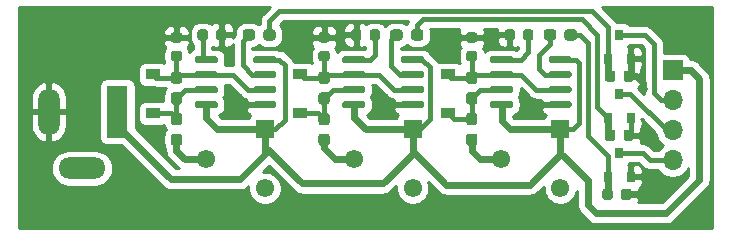
<source format=gbr>
%TF.GenerationSoftware,KiCad,Pcbnew,(5.1.6)-1*%
%TF.CreationDate,2020-12-19T18:50:18-05:00*%
%TF.ProjectId,driver_RGB,64726976-6572-45f5-9247-422e6b696361,rev?*%
%TF.SameCoordinates,Original*%
%TF.FileFunction,Copper,L1,Top*%
%TF.FilePolarity,Positive*%
%FSLAX46Y46*%
G04 Gerber Fmt 4.6, Leading zero omitted, Abs format (unit mm)*
G04 Created by KiCad (PCBNEW (5.1.6)-1) date 2020-12-19 18:50:18*
%MOMM*%
%LPD*%
G01*
G04 APERTURE LIST*
%TA.AperFunction,SMDPad,CuDef*%
%ADD10R,0.800000X0.900000*%
%TD*%
%TA.AperFunction,SMDPad,CuDef*%
%ADD11R,1.200000X0.900000*%
%TD*%
%TA.AperFunction,ComponentPad*%
%ADD12C,1.550000*%
%TD*%
%TA.AperFunction,ComponentPad*%
%ADD13R,1.550000X1.550000*%
%TD*%
%TA.AperFunction,ComponentPad*%
%ADD14R,1.800000X4.400000*%
%TD*%
%TA.AperFunction,ComponentPad*%
%ADD15O,1.800000X4.000000*%
%TD*%
%TA.AperFunction,ComponentPad*%
%ADD16O,4.000000X1.800000*%
%TD*%
%TA.AperFunction,ComponentPad*%
%ADD17O,1.700000X1.700000*%
%TD*%
%TA.AperFunction,ComponentPad*%
%ADD18R,1.700000X1.700000*%
%TD*%
%TA.AperFunction,ViaPad*%
%ADD19C,0.800000*%
%TD*%
%TA.AperFunction,Conductor*%
%ADD20C,0.400000*%
%TD*%
%TA.AperFunction,Conductor*%
%ADD21C,0.250000*%
%TD*%
%TA.AperFunction,Conductor*%
%ADD22C,0.600000*%
%TD*%
%TA.AperFunction,Conductor*%
%ADD23C,0.254000*%
%TD*%
G04 APERTURE END LIST*
D10*
%TO.P,Q3,3*%
%TO.N,/BLUE/BLUE*%
X154500000Y-92500000D03*
%TO.P,Q3,2*%
%TO.N,GND*%
X155450000Y-94500000D03*
%TO.P,Q3,1*%
%TO.N,Net-(C9-Pad1)*%
X153550000Y-94500000D03*
%TD*%
%TO.P,Q2,3*%
%TO.N,/GREEN/GREEN*%
X154500000Y-82500000D03*
%TO.P,Q2,2*%
%TO.N,GND*%
X155450000Y-84500000D03*
%TO.P,Q2,1*%
%TO.N,Net-(C6-Pad1)*%
X153550000Y-84500000D03*
%TD*%
D11*
%TO.P,D3,2*%
%TO.N,Net-(D3-Pad2)*%
X140000000Y-89150000D03*
%TO.P,D3,1*%
%TO.N,Net-(C7-Pad1)*%
X140000000Y-85850000D03*
%TD*%
%TO.P,D2,2*%
%TO.N,Net-(D2-Pad2)*%
X115000000Y-89150000D03*
%TO.P,D2,1*%
%TO.N,Net-(C4-Pad1)*%
X115000000Y-85850000D03*
%TD*%
%TO.P,D1,2*%
%TO.N,Net-(D1-Pad2)*%
X127500000Y-89150000D03*
%TO.P,D1,1*%
%TO.N,Net-(C1-Pad1)*%
X127500000Y-85850000D03*
%TD*%
%TO.P,U3,8*%
%TO.N,+12V*%
%TA.AperFunction,SMDPad,CuDef*%
G36*
G01*
X145500000Y-88255000D02*
X145500000Y-88555000D01*
G75*
G02*
X145350000Y-88705000I-150000J0D01*
G01*
X143700000Y-88705000D01*
G75*
G02*
X143550000Y-88555000I0J150000D01*
G01*
X143550000Y-88255000D01*
G75*
G02*
X143700000Y-88105000I150000J0D01*
G01*
X145350000Y-88105000D01*
G75*
G02*
X145500000Y-88255000I0J-150000D01*
G01*
G37*
%TD.AperFunction*%
%TO.P,U3,7*%
%TO.N,Net-(D3-Pad2)*%
%TA.AperFunction,SMDPad,CuDef*%
G36*
G01*
X145500000Y-86985000D02*
X145500000Y-87285000D01*
G75*
G02*
X145350000Y-87435000I-150000J0D01*
G01*
X143700000Y-87435000D01*
G75*
G02*
X143550000Y-87285000I0J150000D01*
G01*
X143550000Y-86985000D01*
G75*
G02*
X143700000Y-86835000I150000J0D01*
G01*
X145350000Y-86835000D01*
G75*
G02*
X145500000Y-86985000I0J-150000D01*
G01*
G37*
%TD.AperFunction*%
%TO.P,U3,6*%
%TO.N,Net-(C7-Pad1)*%
%TA.AperFunction,SMDPad,CuDef*%
G36*
G01*
X145500000Y-85715000D02*
X145500000Y-86015000D01*
G75*
G02*
X145350000Y-86165000I-150000J0D01*
G01*
X143700000Y-86165000D01*
G75*
G02*
X143550000Y-86015000I0J150000D01*
G01*
X143550000Y-85715000D01*
G75*
G02*
X143700000Y-85565000I150000J0D01*
G01*
X145350000Y-85565000D01*
G75*
G02*
X145500000Y-85715000I0J-150000D01*
G01*
G37*
%TD.AperFunction*%
%TO.P,U3,5*%
%TO.N,Net-(C8-Pad1)*%
%TA.AperFunction,SMDPad,CuDef*%
G36*
G01*
X145500000Y-84445000D02*
X145500000Y-84745000D01*
G75*
G02*
X145350000Y-84895000I-150000J0D01*
G01*
X143700000Y-84895000D01*
G75*
G02*
X143550000Y-84745000I0J150000D01*
G01*
X143550000Y-84445000D01*
G75*
G02*
X143700000Y-84295000I150000J0D01*
G01*
X145350000Y-84295000D01*
G75*
G02*
X145500000Y-84445000I0J-150000D01*
G01*
G37*
%TD.AperFunction*%
%TO.P,U3,4*%
%TO.N,+12V*%
%TA.AperFunction,SMDPad,CuDef*%
G36*
G01*
X150450000Y-84445000D02*
X150450000Y-84745000D01*
G75*
G02*
X150300000Y-84895000I-150000J0D01*
G01*
X148650000Y-84895000D01*
G75*
G02*
X148500000Y-84745000I0J150000D01*
G01*
X148500000Y-84445000D01*
G75*
G02*
X148650000Y-84295000I150000J0D01*
G01*
X150300000Y-84295000D01*
G75*
G02*
X150450000Y-84445000I0J-150000D01*
G01*
G37*
%TD.AperFunction*%
%TO.P,U3,3*%
%TO.N,Net-(R9-Pad2)*%
%TA.AperFunction,SMDPad,CuDef*%
G36*
G01*
X150450000Y-85715000D02*
X150450000Y-86015000D01*
G75*
G02*
X150300000Y-86165000I-150000J0D01*
G01*
X148650000Y-86165000D01*
G75*
G02*
X148500000Y-86015000I0J150000D01*
G01*
X148500000Y-85715000D01*
G75*
G02*
X148650000Y-85565000I150000J0D01*
G01*
X150300000Y-85565000D01*
G75*
G02*
X150450000Y-85715000I0J-150000D01*
G01*
G37*
%TD.AperFunction*%
%TO.P,U3,2*%
%TO.N,Net-(C7-Pad1)*%
%TA.AperFunction,SMDPad,CuDef*%
G36*
G01*
X150450000Y-86985000D02*
X150450000Y-87285000D01*
G75*
G02*
X150300000Y-87435000I-150000J0D01*
G01*
X148650000Y-87435000D01*
G75*
G02*
X148500000Y-87285000I0J150000D01*
G01*
X148500000Y-86985000D01*
G75*
G02*
X148650000Y-86835000I150000J0D01*
G01*
X150300000Y-86835000D01*
G75*
G02*
X150450000Y-86985000I0J-150000D01*
G01*
G37*
%TD.AperFunction*%
%TO.P,U3,1*%
%TO.N,GND*%
%TA.AperFunction,SMDPad,CuDef*%
G36*
G01*
X150450000Y-88255000D02*
X150450000Y-88555000D01*
G75*
G02*
X150300000Y-88705000I-150000J0D01*
G01*
X148650000Y-88705000D01*
G75*
G02*
X148500000Y-88555000I0J150000D01*
G01*
X148500000Y-88255000D01*
G75*
G02*
X148650000Y-88105000I150000J0D01*
G01*
X150300000Y-88105000D01*
G75*
G02*
X150450000Y-88255000I0J-150000D01*
G01*
G37*
%TD.AperFunction*%
%TD*%
%TO.P,U1,8*%
%TO.N,+12V*%
%TA.AperFunction,SMDPad,CuDef*%
G36*
G01*
X133000000Y-88255000D02*
X133000000Y-88555000D01*
G75*
G02*
X132850000Y-88705000I-150000J0D01*
G01*
X131200000Y-88705000D01*
G75*
G02*
X131050000Y-88555000I0J150000D01*
G01*
X131050000Y-88255000D01*
G75*
G02*
X131200000Y-88105000I150000J0D01*
G01*
X132850000Y-88105000D01*
G75*
G02*
X133000000Y-88255000I0J-150000D01*
G01*
G37*
%TD.AperFunction*%
%TO.P,U1,7*%
%TO.N,Net-(D1-Pad2)*%
%TA.AperFunction,SMDPad,CuDef*%
G36*
G01*
X133000000Y-86985000D02*
X133000000Y-87285000D01*
G75*
G02*
X132850000Y-87435000I-150000J0D01*
G01*
X131200000Y-87435000D01*
G75*
G02*
X131050000Y-87285000I0J150000D01*
G01*
X131050000Y-86985000D01*
G75*
G02*
X131200000Y-86835000I150000J0D01*
G01*
X132850000Y-86835000D01*
G75*
G02*
X133000000Y-86985000I0J-150000D01*
G01*
G37*
%TD.AperFunction*%
%TO.P,U1,6*%
%TO.N,Net-(C1-Pad1)*%
%TA.AperFunction,SMDPad,CuDef*%
G36*
G01*
X133000000Y-85715000D02*
X133000000Y-86015000D01*
G75*
G02*
X132850000Y-86165000I-150000J0D01*
G01*
X131200000Y-86165000D01*
G75*
G02*
X131050000Y-86015000I0J150000D01*
G01*
X131050000Y-85715000D01*
G75*
G02*
X131200000Y-85565000I150000J0D01*
G01*
X132850000Y-85565000D01*
G75*
G02*
X133000000Y-85715000I0J-150000D01*
G01*
G37*
%TD.AperFunction*%
%TO.P,U1,5*%
%TO.N,Net-(C2-Pad1)*%
%TA.AperFunction,SMDPad,CuDef*%
G36*
G01*
X133000000Y-84445000D02*
X133000000Y-84745000D01*
G75*
G02*
X132850000Y-84895000I-150000J0D01*
G01*
X131200000Y-84895000D01*
G75*
G02*
X131050000Y-84745000I0J150000D01*
G01*
X131050000Y-84445000D01*
G75*
G02*
X131200000Y-84295000I150000J0D01*
G01*
X132850000Y-84295000D01*
G75*
G02*
X133000000Y-84445000I0J-150000D01*
G01*
G37*
%TD.AperFunction*%
%TO.P,U1,4*%
%TO.N,+12V*%
%TA.AperFunction,SMDPad,CuDef*%
G36*
G01*
X137950000Y-84445000D02*
X137950000Y-84745000D01*
G75*
G02*
X137800000Y-84895000I-150000J0D01*
G01*
X136150000Y-84895000D01*
G75*
G02*
X136000000Y-84745000I0J150000D01*
G01*
X136000000Y-84445000D01*
G75*
G02*
X136150000Y-84295000I150000J0D01*
G01*
X137800000Y-84295000D01*
G75*
G02*
X137950000Y-84445000I0J-150000D01*
G01*
G37*
%TD.AperFunction*%
%TO.P,U1,3*%
%TO.N,Net-(R3-Pad2)*%
%TA.AperFunction,SMDPad,CuDef*%
G36*
G01*
X137950000Y-85715000D02*
X137950000Y-86015000D01*
G75*
G02*
X137800000Y-86165000I-150000J0D01*
G01*
X136150000Y-86165000D01*
G75*
G02*
X136000000Y-86015000I0J150000D01*
G01*
X136000000Y-85715000D01*
G75*
G02*
X136150000Y-85565000I150000J0D01*
G01*
X137800000Y-85565000D01*
G75*
G02*
X137950000Y-85715000I0J-150000D01*
G01*
G37*
%TD.AperFunction*%
%TO.P,U1,2*%
%TO.N,Net-(C1-Pad1)*%
%TA.AperFunction,SMDPad,CuDef*%
G36*
G01*
X137950000Y-86985000D02*
X137950000Y-87285000D01*
G75*
G02*
X137800000Y-87435000I-150000J0D01*
G01*
X136150000Y-87435000D01*
G75*
G02*
X136000000Y-87285000I0J150000D01*
G01*
X136000000Y-86985000D01*
G75*
G02*
X136150000Y-86835000I150000J0D01*
G01*
X137800000Y-86835000D01*
G75*
G02*
X137950000Y-86985000I0J-150000D01*
G01*
G37*
%TD.AperFunction*%
%TO.P,U1,1*%
%TO.N,GND*%
%TA.AperFunction,SMDPad,CuDef*%
G36*
G01*
X137950000Y-88255000D02*
X137950000Y-88555000D01*
G75*
G02*
X137800000Y-88705000I-150000J0D01*
G01*
X136150000Y-88705000D01*
G75*
G02*
X136000000Y-88555000I0J150000D01*
G01*
X136000000Y-88255000D01*
G75*
G02*
X136150000Y-88105000I150000J0D01*
G01*
X137800000Y-88105000D01*
G75*
G02*
X137950000Y-88255000I0J-150000D01*
G01*
G37*
%TD.AperFunction*%
%TD*%
%TO.P,U2,8*%
%TO.N,+12V*%
%TA.AperFunction,SMDPad,CuDef*%
G36*
G01*
X120500000Y-88255000D02*
X120500000Y-88555000D01*
G75*
G02*
X120350000Y-88705000I-150000J0D01*
G01*
X118700000Y-88705000D01*
G75*
G02*
X118550000Y-88555000I0J150000D01*
G01*
X118550000Y-88255000D01*
G75*
G02*
X118700000Y-88105000I150000J0D01*
G01*
X120350000Y-88105000D01*
G75*
G02*
X120500000Y-88255000I0J-150000D01*
G01*
G37*
%TD.AperFunction*%
%TO.P,U2,7*%
%TO.N,Net-(D2-Pad2)*%
%TA.AperFunction,SMDPad,CuDef*%
G36*
G01*
X120500000Y-86985000D02*
X120500000Y-87285000D01*
G75*
G02*
X120350000Y-87435000I-150000J0D01*
G01*
X118700000Y-87435000D01*
G75*
G02*
X118550000Y-87285000I0J150000D01*
G01*
X118550000Y-86985000D01*
G75*
G02*
X118700000Y-86835000I150000J0D01*
G01*
X120350000Y-86835000D01*
G75*
G02*
X120500000Y-86985000I0J-150000D01*
G01*
G37*
%TD.AperFunction*%
%TO.P,U2,6*%
%TO.N,Net-(C4-Pad1)*%
%TA.AperFunction,SMDPad,CuDef*%
G36*
G01*
X120500000Y-85715000D02*
X120500000Y-86015000D01*
G75*
G02*
X120350000Y-86165000I-150000J0D01*
G01*
X118700000Y-86165000D01*
G75*
G02*
X118550000Y-86015000I0J150000D01*
G01*
X118550000Y-85715000D01*
G75*
G02*
X118700000Y-85565000I150000J0D01*
G01*
X120350000Y-85565000D01*
G75*
G02*
X120500000Y-85715000I0J-150000D01*
G01*
G37*
%TD.AperFunction*%
%TO.P,U2,5*%
%TO.N,Net-(C5-Pad1)*%
%TA.AperFunction,SMDPad,CuDef*%
G36*
G01*
X120500000Y-84445000D02*
X120500000Y-84745000D01*
G75*
G02*
X120350000Y-84895000I-150000J0D01*
G01*
X118700000Y-84895000D01*
G75*
G02*
X118550000Y-84745000I0J150000D01*
G01*
X118550000Y-84445000D01*
G75*
G02*
X118700000Y-84295000I150000J0D01*
G01*
X120350000Y-84295000D01*
G75*
G02*
X120500000Y-84445000I0J-150000D01*
G01*
G37*
%TD.AperFunction*%
%TO.P,U2,4*%
%TO.N,+12V*%
%TA.AperFunction,SMDPad,CuDef*%
G36*
G01*
X125450000Y-84445000D02*
X125450000Y-84745000D01*
G75*
G02*
X125300000Y-84895000I-150000J0D01*
G01*
X123650000Y-84895000D01*
G75*
G02*
X123500000Y-84745000I0J150000D01*
G01*
X123500000Y-84445000D01*
G75*
G02*
X123650000Y-84295000I150000J0D01*
G01*
X125300000Y-84295000D01*
G75*
G02*
X125450000Y-84445000I0J-150000D01*
G01*
G37*
%TD.AperFunction*%
%TO.P,U2,3*%
%TO.N,Net-(R6-Pad2)*%
%TA.AperFunction,SMDPad,CuDef*%
G36*
G01*
X125450000Y-85715000D02*
X125450000Y-86015000D01*
G75*
G02*
X125300000Y-86165000I-150000J0D01*
G01*
X123650000Y-86165000D01*
G75*
G02*
X123500000Y-86015000I0J150000D01*
G01*
X123500000Y-85715000D01*
G75*
G02*
X123650000Y-85565000I150000J0D01*
G01*
X125300000Y-85565000D01*
G75*
G02*
X125450000Y-85715000I0J-150000D01*
G01*
G37*
%TD.AperFunction*%
%TO.P,U2,2*%
%TO.N,Net-(C4-Pad1)*%
%TA.AperFunction,SMDPad,CuDef*%
G36*
G01*
X125450000Y-86985000D02*
X125450000Y-87285000D01*
G75*
G02*
X125300000Y-87435000I-150000J0D01*
G01*
X123650000Y-87435000D01*
G75*
G02*
X123500000Y-87285000I0J150000D01*
G01*
X123500000Y-86985000D01*
G75*
G02*
X123650000Y-86835000I150000J0D01*
G01*
X125300000Y-86835000D01*
G75*
G02*
X125450000Y-86985000I0J-150000D01*
G01*
G37*
%TD.AperFunction*%
%TO.P,U2,1*%
%TO.N,GND*%
%TA.AperFunction,SMDPad,CuDef*%
G36*
G01*
X125450000Y-88255000D02*
X125450000Y-88555000D01*
G75*
G02*
X125300000Y-88705000I-150000J0D01*
G01*
X123650000Y-88705000D01*
G75*
G02*
X123500000Y-88555000I0J150000D01*
G01*
X123500000Y-88255000D01*
G75*
G02*
X123650000Y-88105000I150000J0D01*
G01*
X125300000Y-88105000D01*
G75*
G02*
X125450000Y-88255000I0J-150000D01*
G01*
G37*
%TD.AperFunction*%
%TD*%
D12*
%TO.P,RV3,2*%
%TO.N,Net-(R7-Pad1)*%
X144500000Y-93000000D03*
D13*
%TO.P,RV3,1*%
%TO.N,+12V*%
X149500000Y-90500000D03*
D12*
%TO.P,RV3,3*%
%TO.N,N/C*%
X149500000Y-95500000D03*
%TD*%
%TO.P,RV2,2*%
%TO.N,Net-(R4-Pad1)*%
X119500000Y-93000000D03*
D13*
%TO.P,RV2,1*%
%TO.N,+12V*%
X124500000Y-90500000D03*
D12*
%TO.P,RV2,3*%
%TO.N,N/C*%
X124500000Y-95500000D03*
%TD*%
%TO.P,RV1,2*%
%TO.N,Net-(R1-Pad1)*%
X132000000Y-93000000D03*
D13*
%TO.P,RV1,1*%
%TO.N,+12V*%
X137000000Y-90500000D03*
D12*
%TO.P,RV1,3*%
%TO.N,N/C*%
X137000000Y-95500000D03*
%TD*%
D14*
%TO.P,J2,1*%
%TO.N,+12V*%
X112000000Y-89000000D03*
D15*
%TO.P,J2,2*%
%TO.N,GND*%
X106200000Y-89000000D03*
D16*
%TO.P,J2,3*%
%TO.N,N/C*%
X109000000Y-93800000D03*
%TD*%
%TO.P,R9,2*%
%TO.N,Net-(R9-Pad2)*%
%TA.AperFunction,SMDPad,CuDef*%
G36*
G01*
X149150000Y-82262500D02*
X149150000Y-82737500D01*
G75*
G02*
X148912500Y-82975000I-237500J0D01*
G01*
X148337500Y-82975000D01*
G75*
G02*
X148100000Y-82737500I0J237500D01*
G01*
X148100000Y-82262500D01*
G75*
G02*
X148337500Y-82025000I237500J0D01*
G01*
X148912500Y-82025000D01*
G75*
G02*
X149150000Y-82262500I0J-237500D01*
G01*
G37*
%TD.AperFunction*%
%TO.P,R9,1*%
%TO.N,Net-(C9-Pad1)*%
%TA.AperFunction,SMDPad,CuDef*%
G36*
G01*
X150900000Y-82262500D02*
X150900000Y-82737500D01*
G75*
G02*
X150662500Y-82975000I-237500J0D01*
G01*
X150087500Y-82975000D01*
G75*
G02*
X149850000Y-82737500I0J237500D01*
G01*
X149850000Y-82262500D01*
G75*
G02*
X150087500Y-82025000I237500J0D01*
G01*
X150662500Y-82025000D01*
G75*
G02*
X150900000Y-82262500I0J-237500D01*
G01*
G37*
%TD.AperFunction*%
%TD*%
%TO.P,R8,2*%
%TO.N,Net-(C7-Pad1)*%
%TA.AperFunction,SMDPad,CuDef*%
G36*
G01*
X142237500Y-86650000D02*
X141762500Y-86650000D01*
G75*
G02*
X141525000Y-86412500I0J237500D01*
G01*
X141525000Y-85837500D01*
G75*
G02*
X141762500Y-85600000I237500J0D01*
G01*
X142237500Y-85600000D01*
G75*
G02*
X142475000Y-85837500I0J-237500D01*
G01*
X142475000Y-86412500D01*
G75*
G02*
X142237500Y-86650000I-237500J0D01*
G01*
G37*
%TD.AperFunction*%
%TO.P,R8,1*%
%TO.N,Net-(D3-Pad2)*%
%TA.AperFunction,SMDPad,CuDef*%
G36*
G01*
X142237500Y-88400000D02*
X141762500Y-88400000D01*
G75*
G02*
X141525000Y-88162500I0J237500D01*
G01*
X141525000Y-87587500D01*
G75*
G02*
X141762500Y-87350000I237500J0D01*
G01*
X142237500Y-87350000D01*
G75*
G02*
X142475000Y-87587500I0J-237500D01*
G01*
X142475000Y-88162500D01*
G75*
G02*
X142237500Y-88400000I-237500J0D01*
G01*
G37*
%TD.AperFunction*%
%TD*%
%TO.P,R7,2*%
%TO.N,Net-(D3-Pad2)*%
%TA.AperFunction,SMDPad,CuDef*%
G36*
G01*
X142237500Y-90150000D02*
X141762500Y-90150000D01*
G75*
G02*
X141525000Y-89912500I0J237500D01*
G01*
X141525000Y-89337500D01*
G75*
G02*
X141762500Y-89100000I237500J0D01*
G01*
X142237500Y-89100000D01*
G75*
G02*
X142475000Y-89337500I0J-237500D01*
G01*
X142475000Y-89912500D01*
G75*
G02*
X142237500Y-90150000I-237500J0D01*
G01*
G37*
%TD.AperFunction*%
%TO.P,R7,1*%
%TO.N,Net-(R7-Pad1)*%
%TA.AperFunction,SMDPad,CuDef*%
G36*
G01*
X142237500Y-91900000D02*
X141762500Y-91900000D01*
G75*
G02*
X141525000Y-91662500I0J237500D01*
G01*
X141525000Y-91087500D01*
G75*
G02*
X141762500Y-90850000I237500J0D01*
G01*
X142237500Y-90850000D01*
G75*
G02*
X142475000Y-91087500I0J-237500D01*
G01*
X142475000Y-91662500D01*
G75*
G02*
X142237500Y-91900000I-237500J0D01*
G01*
G37*
%TD.AperFunction*%
%TD*%
%TO.P,R6,2*%
%TO.N,Net-(R6-Pad2)*%
%TA.AperFunction,SMDPad,CuDef*%
G36*
G01*
X123650000Y-82262500D02*
X123650000Y-82737500D01*
G75*
G02*
X123412500Y-82975000I-237500J0D01*
G01*
X122837500Y-82975000D01*
G75*
G02*
X122600000Y-82737500I0J237500D01*
G01*
X122600000Y-82262500D01*
G75*
G02*
X122837500Y-82025000I237500J0D01*
G01*
X123412500Y-82025000D01*
G75*
G02*
X123650000Y-82262500I0J-237500D01*
G01*
G37*
%TD.AperFunction*%
%TO.P,R6,1*%
%TO.N,Net-(C6-Pad1)*%
%TA.AperFunction,SMDPad,CuDef*%
G36*
G01*
X125400000Y-82262500D02*
X125400000Y-82737500D01*
G75*
G02*
X125162500Y-82975000I-237500J0D01*
G01*
X124587500Y-82975000D01*
G75*
G02*
X124350000Y-82737500I0J237500D01*
G01*
X124350000Y-82262500D01*
G75*
G02*
X124587500Y-82025000I237500J0D01*
G01*
X125162500Y-82025000D01*
G75*
G02*
X125400000Y-82262500I0J-237500D01*
G01*
G37*
%TD.AperFunction*%
%TD*%
%TO.P,R5,2*%
%TO.N,Net-(C4-Pad1)*%
%TA.AperFunction,SMDPad,CuDef*%
G36*
G01*
X117237500Y-86650000D02*
X116762500Y-86650000D01*
G75*
G02*
X116525000Y-86412500I0J237500D01*
G01*
X116525000Y-85837500D01*
G75*
G02*
X116762500Y-85600000I237500J0D01*
G01*
X117237500Y-85600000D01*
G75*
G02*
X117475000Y-85837500I0J-237500D01*
G01*
X117475000Y-86412500D01*
G75*
G02*
X117237500Y-86650000I-237500J0D01*
G01*
G37*
%TD.AperFunction*%
%TO.P,R5,1*%
%TO.N,Net-(D2-Pad2)*%
%TA.AperFunction,SMDPad,CuDef*%
G36*
G01*
X117237500Y-88400000D02*
X116762500Y-88400000D01*
G75*
G02*
X116525000Y-88162500I0J237500D01*
G01*
X116525000Y-87587500D01*
G75*
G02*
X116762500Y-87350000I237500J0D01*
G01*
X117237500Y-87350000D01*
G75*
G02*
X117475000Y-87587500I0J-237500D01*
G01*
X117475000Y-88162500D01*
G75*
G02*
X117237500Y-88400000I-237500J0D01*
G01*
G37*
%TD.AperFunction*%
%TD*%
%TO.P,R4,2*%
%TO.N,Net-(D2-Pad2)*%
%TA.AperFunction,SMDPad,CuDef*%
G36*
G01*
X117237500Y-90150000D02*
X116762500Y-90150000D01*
G75*
G02*
X116525000Y-89912500I0J237500D01*
G01*
X116525000Y-89337500D01*
G75*
G02*
X116762500Y-89100000I237500J0D01*
G01*
X117237500Y-89100000D01*
G75*
G02*
X117475000Y-89337500I0J-237500D01*
G01*
X117475000Y-89912500D01*
G75*
G02*
X117237500Y-90150000I-237500J0D01*
G01*
G37*
%TD.AperFunction*%
%TO.P,R4,1*%
%TO.N,Net-(R4-Pad1)*%
%TA.AperFunction,SMDPad,CuDef*%
G36*
G01*
X117237500Y-91900000D02*
X116762500Y-91900000D01*
G75*
G02*
X116525000Y-91662500I0J237500D01*
G01*
X116525000Y-91087500D01*
G75*
G02*
X116762500Y-90850000I237500J0D01*
G01*
X117237500Y-90850000D01*
G75*
G02*
X117475000Y-91087500I0J-237500D01*
G01*
X117475000Y-91662500D01*
G75*
G02*
X117237500Y-91900000I-237500J0D01*
G01*
G37*
%TD.AperFunction*%
%TD*%
%TO.P,R3,2*%
%TO.N,Net-(R3-Pad2)*%
%TA.AperFunction,SMDPad,CuDef*%
G36*
G01*
X136150000Y-82262500D02*
X136150000Y-82737500D01*
G75*
G02*
X135912500Y-82975000I-237500J0D01*
G01*
X135337500Y-82975000D01*
G75*
G02*
X135100000Y-82737500I0J237500D01*
G01*
X135100000Y-82262500D01*
G75*
G02*
X135337500Y-82025000I237500J0D01*
G01*
X135912500Y-82025000D01*
G75*
G02*
X136150000Y-82262500I0J-237500D01*
G01*
G37*
%TD.AperFunction*%
%TO.P,R3,1*%
%TO.N,Net-(C3-Pad1)*%
%TA.AperFunction,SMDPad,CuDef*%
G36*
G01*
X137900000Y-82262500D02*
X137900000Y-82737500D01*
G75*
G02*
X137662500Y-82975000I-237500J0D01*
G01*
X137087500Y-82975000D01*
G75*
G02*
X136850000Y-82737500I0J237500D01*
G01*
X136850000Y-82262500D01*
G75*
G02*
X137087500Y-82025000I237500J0D01*
G01*
X137662500Y-82025000D01*
G75*
G02*
X137900000Y-82262500I0J-237500D01*
G01*
G37*
%TD.AperFunction*%
%TD*%
%TO.P,R2,2*%
%TO.N,Net-(C1-Pad1)*%
%TA.AperFunction,SMDPad,CuDef*%
G36*
G01*
X129737500Y-86650000D02*
X129262500Y-86650000D01*
G75*
G02*
X129025000Y-86412500I0J237500D01*
G01*
X129025000Y-85837500D01*
G75*
G02*
X129262500Y-85600000I237500J0D01*
G01*
X129737500Y-85600000D01*
G75*
G02*
X129975000Y-85837500I0J-237500D01*
G01*
X129975000Y-86412500D01*
G75*
G02*
X129737500Y-86650000I-237500J0D01*
G01*
G37*
%TD.AperFunction*%
%TO.P,R2,1*%
%TO.N,Net-(D1-Pad2)*%
%TA.AperFunction,SMDPad,CuDef*%
G36*
G01*
X129737500Y-88400000D02*
X129262500Y-88400000D01*
G75*
G02*
X129025000Y-88162500I0J237500D01*
G01*
X129025000Y-87587500D01*
G75*
G02*
X129262500Y-87350000I237500J0D01*
G01*
X129737500Y-87350000D01*
G75*
G02*
X129975000Y-87587500I0J-237500D01*
G01*
X129975000Y-88162500D01*
G75*
G02*
X129737500Y-88400000I-237500J0D01*
G01*
G37*
%TD.AperFunction*%
%TD*%
%TO.P,R1,2*%
%TO.N,Net-(D1-Pad2)*%
%TA.AperFunction,SMDPad,CuDef*%
G36*
G01*
X129737500Y-90150000D02*
X129262500Y-90150000D01*
G75*
G02*
X129025000Y-89912500I0J237500D01*
G01*
X129025000Y-89337500D01*
G75*
G02*
X129262500Y-89100000I237500J0D01*
G01*
X129737500Y-89100000D01*
G75*
G02*
X129975000Y-89337500I0J-237500D01*
G01*
X129975000Y-89912500D01*
G75*
G02*
X129737500Y-90150000I-237500J0D01*
G01*
G37*
%TD.AperFunction*%
%TO.P,R1,1*%
%TO.N,Net-(R1-Pad1)*%
%TA.AperFunction,SMDPad,CuDef*%
G36*
G01*
X129737500Y-91900000D02*
X129262500Y-91900000D01*
G75*
G02*
X129025000Y-91662500I0J237500D01*
G01*
X129025000Y-91087500D01*
G75*
G02*
X129262500Y-90850000I237500J0D01*
G01*
X129737500Y-90850000D01*
G75*
G02*
X129975000Y-91087500I0J-237500D01*
G01*
X129975000Y-91662500D01*
G75*
G02*
X129737500Y-91900000I-237500J0D01*
G01*
G37*
%TD.AperFunction*%
%TD*%
D10*
%TO.P,Q1,3*%
%TO.N,/RED/RED*%
X154500000Y-87500000D03*
%TO.P,Q1,2*%
%TO.N,GND*%
X155450000Y-89500000D03*
%TO.P,Q1,1*%
%TO.N,Net-(C3-Pad1)*%
X153550000Y-89500000D03*
%TD*%
D17*
%TO.P,J1,4*%
%TO.N,/BLUE/BLUE*%
X159000000Y-93120000D03*
%TO.P,J1,3*%
%TO.N,/RED/RED*%
X159000000Y-90580000D03*
%TO.P,J1,2*%
%TO.N,/GREEN/GREEN*%
X159000000Y-88040000D03*
D18*
%TO.P,J1,1*%
%TO.N,+12V*%
X159000000Y-85500000D03*
%TD*%
%TO.P,C9,2*%
%TO.N,GND*%
%TA.AperFunction,SMDPad,CuDef*%
G36*
G01*
X154637500Y-96256250D02*
X154637500Y-95743750D01*
G75*
G02*
X154856250Y-95525000I218750J0D01*
G01*
X155293750Y-95525000D01*
G75*
G02*
X155512500Y-95743750I0J-218750D01*
G01*
X155512500Y-96256250D01*
G75*
G02*
X155293750Y-96475000I-218750J0D01*
G01*
X154856250Y-96475000D01*
G75*
G02*
X154637500Y-96256250I0J218750D01*
G01*
G37*
%TD.AperFunction*%
%TO.P,C9,1*%
%TO.N,Net-(C9-Pad1)*%
%TA.AperFunction,SMDPad,CuDef*%
G36*
G01*
X153062500Y-96256250D02*
X153062500Y-95743750D01*
G75*
G02*
X153281250Y-95525000I218750J0D01*
G01*
X153718750Y-95525000D01*
G75*
G02*
X153937500Y-95743750I0J-218750D01*
G01*
X153937500Y-96256250D01*
G75*
G02*
X153718750Y-96475000I-218750J0D01*
G01*
X153281250Y-96475000D01*
G75*
G02*
X153062500Y-96256250I0J218750D01*
G01*
G37*
%TD.AperFunction*%
%TD*%
%TO.P,C8,2*%
%TO.N,GND*%
%TA.AperFunction,SMDPad,CuDef*%
G36*
G01*
X145650000Y-82243750D02*
X145650000Y-82756250D01*
G75*
G02*
X145431250Y-82975000I-218750J0D01*
G01*
X144993750Y-82975000D01*
G75*
G02*
X144775000Y-82756250I0J218750D01*
G01*
X144775000Y-82243750D01*
G75*
G02*
X144993750Y-82025000I218750J0D01*
G01*
X145431250Y-82025000D01*
G75*
G02*
X145650000Y-82243750I0J-218750D01*
G01*
G37*
%TD.AperFunction*%
%TO.P,C8,1*%
%TO.N,Net-(C8-Pad1)*%
%TA.AperFunction,SMDPad,CuDef*%
G36*
G01*
X147225000Y-82243750D02*
X147225000Y-82756250D01*
G75*
G02*
X147006250Y-82975000I-218750J0D01*
G01*
X146568750Y-82975000D01*
G75*
G02*
X146350000Y-82756250I0J218750D01*
G01*
X146350000Y-82243750D01*
G75*
G02*
X146568750Y-82025000I218750J0D01*
G01*
X147006250Y-82025000D01*
G75*
G02*
X147225000Y-82243750I0J-218750D01*
G01*
G37*
%TD.AperFunction*%
%TD*%
%TO.P,C7,2*%
%TO.N,GND*%
%TA.AperFunction,SMDPad,CuDef*%
G36*
G01*
X142256250Y-83150000D02*
X141743750Y-83150000D01*
G75*
G02*
X141525000Y-82931250I0J218750D01*
G01*
X141525000Y-82493750D01*
G75*
G02*
X141743750Y-82275000I218750J0D01*
G01*
X142256250Y-82275000D01*
G75*
G02*
X142475000Y-82493750I0J-218750D01*
G01*
X142475000Y-82931250D01*
G75*
G02*
X142256250Y-83150000I-218750J0D01*
G01*
G37*
%TD.AperFunction*%
%TO.P,C7,1*%
%TO.N,Net-(C7-Pad1)*%
%TA.AperFunction,SMDPad,CuDef*%
G36*
G01*
X142256250Y-84725000D02*
X141743750Y-84725000D01*
G75*
G02*
X141525000Y-84506250I0J218750D01*
G01*
X141525000Y-84068750D01*
G75*
G02*
X141743750Y-83850000I218750J0D01*
G01*
X142256250Y-83850000D01*
G75*
G02*
X142475000Y-84068750I0J-218750D01*
G01*
X142475000Y-84506250D01*
G75*
G02*
X142256250Y-84725000I-218750J0D01*
G01*
G37*
%TD.AperFunction*%
%TD*%
%TO.P,C6,2*%
%TO.N,GND*%
%TA.AperFunction,SMDPad,CuDef*%
G36*
G01*
X154850000Y-86256250D02*
X154850000Y-85743750D01*
G75*
G02*
X155068750Y-85525000I218750J0D01*
G01*
X155506250Y-85525000D01*
G75*
G02*
X155725000Y-85743750I0J-218750D01*
G01*
X155725000Y-86256250D01*
G75*
G02*
X155506250Y-86475000I-218750J0D01*
G01*
X155068750Y-86475000D01*
G75*
G02*
X154850000Y-86256250I0J218750D01*
G01*
G37*
%TD.AperFunction*%
%TO.P,C6,1*%
%TO.N,Net-(C6-Pad1)*%
%TA.AperFunction,SMDPad,CuDef*%
G36*
G01*
X153275000Y-86256250D02*
X153275000Y-85743750D01*
G75*
G02*
X153493750Y-85525000I218750J0D01*
G01*
X153931250Y-85525000D01*
G75*
G02*
X154150000Y-85743750I0J-218750D01*
G01*
X154150000Y-86256250D01*
G75*
G02*
X153931250Y-86475000I-218750J0D01*
G01*
X153493750Y-86475000D01*
G75*
G02*
X153275000Y-86256250I0J218750D01*
G01*
G37*
%TD.AperFunction*%
%TD*%
%TO.P,C5,2*%
%TO.N,GND*%
%TA.AperFunction,SMDPad,CuDef*%
G36*
G01*
X120350000Y-82756250D02*
X120350000Y-82243750D01*
G75*
G02*
X120568750Y-82025000I218750J0D01*
G01*
X121006250Y-82025000D01*
G75*
G02*
X121225000Y-82243750I0J-218750D01*
G01*
X121225000Y-82756250D01*
G75*
G02*
X121006250Y-82975000I-218750J0D01*
G01*
X120568750Y-82975000D01*
G75*
G02*
X120350000Y-82756250I0J218750D01*
G01*
G37*
%TD.AperFunction*%
%TO.P,C5,1*%
%TO.N,Net-(C5-Pad1)*%
%TA.AperFunction,SMDPad,CuDef*%
G36*
G01*
X118775000Y-82756250D02*
X118775000Y-82243750D01*
G75*
G02*
X118993750Y-82025000I218750J0D01*
G01*
X119431250Y-82025000D01*
G75*
G02*
X119650000Y-82243750I0J-218750D01*
G01*
X119650000Y-82756250D01*
G75*
G02*
X119431250Y-82975000I-218750J0D01*
G01*
X118993750Y-82975000D01*
G75*
G02*
X118775000Y-82756250I0J218750D01*
G01*
G37*
%TD.AperFunction*%
%TD*%
%TO.P,C4,2*%
%TO.N,GND*%
%TA.AperFunction,SMDPad,CuDef*%
G36*
G01*
X117256250Y-83150000D02*
X116743750Y-83150000D01*
G75*
G02*
X116525000Y-82931250I0J218750D01*
G01*
X116525000Y-82493750D01*
G75*
G02*
X116743750Y-82275000I218750J0D01*
G01*
X117256250Y-82275000D01*
G75*
G02*
X117475000Y-82493750I0J-218750D01*
G01*
X117475000Y-82931250D01*
G75*
G02*
X117256250Y-83150000I-218750J0D01*
G01*
G37*
%TD.AperFunction*%
%TO.P,C4,1*%
%TO.N,Net-(C4-Pad1)*%
%TA.AperFunction,SMDPad,CuDef*%
G36*
G01*
X117256250Y-84725000D02*
X116743750Y-84725000D01*
G75*
G02*
X116525000Y-84506250I0J218750D01*
G01*
X116525000Y-84068750D01*
G75*
G02*
X116743750Y-83850000I218750J0D01*
G01*
X117256250Y-83850000D01*
G75*
G02*
X117475000Y-84068750I0J-218750D01*
G01*
X117475000Y-84506250D01*
G75*
G02*
X117256250Y-84725000I-218750J0D01*
G01*
G37*
%TD.AperFunction*%
%TD*%
%TO.P,C3,2*%
%TO.N,GND*%
%TA.AperFunction,SMDPad,CuDef*%
G36*
G01*
X154850000Y-91256250D02*
X154850000Y-90743750D01*
G75*
G02*
X155068750Y-90525000I218750J0D01*
G01*
X155506250Y-90525000D01*
G75*
G02*
X155725000Y-90743750I0J-218750D01*
G01*
X155725000Y-91256250D01*
G75*
G02*
X155506250Y-91475000I-218750J0D01*
G01*
X155068750Y-91475000D01*
G75*
G02*
X154850000Y-91256250I0J218750D01*
G01*
G37*
%TD.AperFunction*%
%TO.P,C3,1*%
%TO.N,Net-(C3-Pad1)*%
%TA.AperFunction,SMDPad,CuDef*%
G36*
G01*
X153275000Y-91256250D02*
X153275000Y-90743750D01*
G75*
G02*
X153493750Y-90525000I218750J0D01*
G01*
X153931250Y-90525000D01*
G75*
G02*
X154150000Y-90743750I0J-218750D01*
G01*
X154150000Y-91256250D01*
G75*
G02*
X153931250Y-91475000I-218750J0D01*
G01*
X153493750Y-91475000D01*
G75*
G02*
X153275000Y-91256250I0J218750D01*
G01*
G37*
%TD.AperFunction*%
%TD*%
%TO.P,C2,2*%
%TO.N,GND*%
%TA.AperFunction,SMDPad,CuDef*%
G36*
G01*
X132650000Y-82243750D02*
X132650000Y-82756250D01*
G75*
G02*
X132431250Y-82975000I-218750J0D01*
G01*
X131993750Y-82975000D01*
G75*
G02*
X131775000Y-82756250I0J218750D01*
G01*
X131775000Y-82243750D01*
G75*
G02*
X131993750Y-82025000I218750J0D01*
G01*
X132431250Y-82025000D01*
G75*
G02*
X132650000Y-82243750I0J-218750D01*
G01*
G37*
%TD.AperFunction*%
%TO.P,C2,1*%
%TO.N,Net-(C2-Pad1)*%
%TA.AperFunction,SMDPad,CuDef*%
G36*
G01*
X134225000Y-82243750D02*
X134225000Y-82756250D01*
G75*
G02*
X134006250Y-82975000I-218750J0D01*
G01*
X133568750Y-82975000D01*
G75*
G02*
X133350000Y-82756250I0J218750D01*
G01*
X133350000Y-82243750D01*
G75*
G02*
X133568750Y-82025000I218750J0D01*
G01*
X134006250Y-82025000D01*
G75*
G02*
X134225000Y-82243750I0J-218750D01*
G01*
G37*
%TD.AperFunction*%
%TD*%
%TO.P,C1,2*%
%TO.N,GND*%
%TA.AperFunction,SMDPad,CuDef*%
G36*
G01*
X129756250Y-83150000D02*
X129243750Y-83150000D01*
G75*
G02*
X129025000Y-82931250I0J218750D01*
G01*
X129025000Y-82493750D01*
G75*
G02*
X129243750Y-82275000I218750J0D01*
G01*
X129756250Y-82275000D01*
G75*
G02*
X129975000Y-82493750I0J-218750D01*
G01*
X129975000Y-82931250D01*
G75*
G02*
X129756250Y-83150000I-218750J0D01*
G01*
G37*
%TD.AperFunction*%
%TO.P,C1,1*%
%TO.N,Net-(C1-Pad1)*%
%TA.AperFunction,SMDPad,CuDef*%
G36*
G01*
X129756250Y-84725000D02*
X129243750Y-84725000D01*
G75*
G02*
X129025000Y-84506250I0J218750D01*
G01*
X129025000Y-84068750D01*
G75*
G02*
X129243750Y-83850000I218750J0D01*
G01*
X129756250Y-83850000D01*
G75*
G02*
X129975000Y-84068750I0J-218750D01*
G01*
X129975000Y-84506250D01*
G75*
G02*
X129756250Y-84725000I-218750J0D01*
G01*
G37*
%TD.AperFunction*%
%TD*%
D19*
%TO.N,GND*%
X143690000Y-82540000D03*
X134400000Y-88040000D03*
X130910000Y-82520000D03*
X122100000Y-88080000D03*
X147100000Y-88170000D03*
X156470000Y-87120000D03*
X156790000Y-91400000D03*
X157340000Y-95420000D03*
%TD*%
D20*
%TO.N,GND*%
X143730000Y-82500000D02*
X143690000Y-82540000D01*
X145212500Y-82500000D02*
X143730000Y-82500000D01*
X134765000Y-88405000D02*
X134400000Y-88040000D01*
X136975000Y-88405000D02*
X134765000Y-88405000D01*
X132212500Y-82500000D02*
X130930000Y-82500000D01*
D21*
X130930000Y-82500000D02*
X130910000Y-82520000D01*
D20*
X122425000Y-88405000D02*
X122100000Y-88080000D01*
X124475000Y-88405000D02*
X122425000Y-88405000D01*
D21*
X149475000Y-88405000D02*
X147335000Y-88405000D01*
X147335000Y-88405000D02*
X147100000Y-88170000D01*
D20*
X155450000Y-90837500D02*
X155287500Y-91000000D01*
X155450000Y-89500000D02*
X155450000Y-90837500D01*
X156390000Y-91000000D02*
X156790000Y-91400000D01*
X155287500Y-91000000D02*
X156390000Y-91000000D01*
D22*
X155450000Y-85837500D02*
X155287500Y-86000000D01*
X155450000Y-84500000D02*
X155450000Y-85837500D01*
X155910000Y-86000000D02*
X155287500Y-86000000D01*
X156470000Y-87120000D02*
X156470000Y-86560000D01*
X156470000Y-86560000D02*
X155910000Y-86000000D01*
X155075000Y-96000000D02*
X156760000Y-96000000D01*
X156760000Y-96000000D02*
X157340000Y-95420000D01*
D20*
%TO.N,Net-(C1-Pad1)*%
X136975000Y-87135000D02*
X135425000Y-87135000D01*
X134155000Y-85865000D02*
X132025000Y-85865000D01*
X135425000Y-87135000D02*
X134155000Y-85865000D01*
X129760000Y-85865000D02*
X129500000Y-86125000D01*
X132025000Y-85865000D02*
X129760000Y-85865000D01*
X129500000Y-84287500D02*
X129500000Y-86125000D01*
X127775000Y-86125000D02*
X127500000Y-85850000D01*
X129500000Y-86125000D02*
X127775000Y-86125000D01*
%TO.N,Net-(C2-Pad1)*%
X132025000Y-84595000D02*
X133405000Y-84595000D01*
X133787500Y-84212500D02*
X133787500Y-82500000D01*
X133405000Y-84595000D02*
X133787500Y-84212500D01*
%TO.N,Net-(C3-Pad1)*%
X137375000Y-81665000D02*
X137870000Y-81170000D01*
X152640000Y-82490000D02*
X152640000Y-88590000D01*
X137870000Y-81170000D02*
X151320000Y-81170000D01*
X152640000Y-88590000D02*
X153550000Y-89500000D01*
X137375000Y-82500000D02*
X137375000Y-81665000D01*
X151320000Y-81170000D02*
X152640000Y-82490000D01*
D22*
X153550000Y-90837500D02*
X153712500Y-91000000D01*
X153550000Y-89500000D02*
X153550000Y-90837500D01*
D20*
%TO.N,Net-(C4-Pad1)*%
X124475000Y-87135000D02*
X123045000Y-87135000D01*
X123045000Y-87135000D02*
X121775000Y-85865000D01*
X121775000Y-85865000D02*
X119525000Y-85865000D01*
X117260000Y-85865000D02*
X117000000Y-86125000D01*
X119525000Y-85865000D02*
X117260000Y-85865000D01*
X117000000Y-84287500D02*
X117000000Y-86125000D01*
X115275000Y-86125000D02*
X115000000Y-85850000D01*
X117000000Y-86125000D02*
X115275000Y-86125000D01*
%TO.N,Net-(C5-Pad1)*%
X119212500Y-84282500D02*
X119525000Y-84595000D01*
X119212500Y-82500000D02*
X119212500Y-84282500D01*
%TO.N,Net-(C6-Pad1)*%
X124875000Y-81345000D02*
X124875000Y-82500000D01*
X152220000Y-80500000D02*
X125720000Y-80500000D01*
X125720000Y-80500000D02*
X124875000Y-81345000D01*
X153550000Y-84500000D02*
X153550000Y-81830000D01*
X153550000Y-81830000D02*
X152220000Y-80500000D01*
D22*
X153550000Y-85837500D02*
X153712500Y-86000000D01*
X153550000Y-84500000D02*
X153550000Y-85837500D01*
D20*
%TO.N,Net-(C7-Pad1)*%
X142260000Y-85865000D02*
X142000000Y-86125000D01*
X144525000Y-85865000D02*
X142260000Y-85865000D01*
X142000000Y-84287500D02*
X142000000Y-86125000D01*
X146185000Y-85865000D02*
X144525000Y-85865000D01*
X147455000Y-87135000D02*
X146185000Y-85865000D01*
X149475000Y-87135000D02*
X147455000Y-87135000D01*
X140275000Y-86125000D02*
X140000000Y-85850000D01*
X142000000Y-86125000D02*
X140275000Y-86125000D01*
%TO.N,Net-(C8-Pad1)*%
X146787500Y-83972500D02*
X146787500Y-82500000D01*
X146165000Y-84595000D02*
X146787500Y-83972500D01*
X144525000Y-84595000D02*
X146165000Y-84595000D01*
%TO.N,Net-(C9-Pad1)*%
X151820000Y-91030000D02*
X153550000Y-92760000D01*
X151820000Y-83150000D02*
X151820000Y-91030000D01*
X153550000Y-92760000D02*
X153550000Y-94500000D01*
X150375000Y-82500000D02*
X151170000Y-82500000D01*
X151170000Y-82500000D02*
X151820000Y-83150000D01*
D22*
X153550000Y-95950000D02*
X153500000Y-96000000D01*
X153550000Y-94500000D02*
X153550000Y-95950000D01*
D20*
%TO.N,/BLUE/BLUE*%
X154500000Y-92500000D02*
X156460000Y-92500000D01*
X156460000Y-92500000D02*
X157080000Y-93120000D01*
X157080000Y-93120000D02*
X159000000Y-93120000D01*
%TO.N,/RED/RED*%
X158520000Y-90580000D02*
X159000000Y-90580000D01*
X154500000Y-87500000D02*
X155440000Y-87500000D01*
X155440000Y-87500000D02*
X158520000Y-90580000D01*
%TO.N,/GREEN/GREEN*%
X158040000Y-88040000D02*
X159000000Y-88040000D01*
X156650000Y-82500000D02*
X157440000Y-83290000D01*
X157440000Y-83290000D02*
X157440000Y-87440000D01*
X154500000Y-82500000D02*
X156650000Y-82500000D01*
X157440000Y-87440000D02*
X158040000Y-88040000D01*
%TO.N,+12V*%
X138430000Y-89650000D02*
X137580000Y-90500000D01*
X137825000Y-84595000D02*
X138430000Y-85200000D01*
X136975000Y-84595000D02*
X137825000Y-84595000D01*
X138430000Y-85200000D02*
X138430000Y-89650000D01*
X137580000Y-90500000D02*
X137000000Y-90500000D01*
X124475000Y-84595000D02*
X125695000Y-84595000D01*
X126180000Y-89680000D02*
X125360000Y-90500000D01*
X125360000Y-90500000D02*
X124500000Y-90500000D01*
X126180000Y-85080000D02*
X126180000Y-89680000D01*
X125695000Y-84595000D02*
X126180000Y-85080000D01*
D22*
X112000000Y-89000000D02*
X112000000Y-90190000D01*
X112000000Y-90190000D02*
X116540000Y-94730000D01*
X116540000Y-94730000D02*
X122370000Y-94730000D01*
X124500000Y-92600000D02*
X124500000Y-90500000D01*
X122370000Y-94730000D02*
X124500000Y-92600000D01*
X137000000Y-92580000D02*
X137000000Y-90500000D01*
X127630000Y-95080000D02*
X134500000Y-95080000D01*
X124500000Y-90500000D02*
X124500000Y-91950000D01*
X134500000Y-95080000D02*
X137000000Y-92580000D01*
X124500000Y-91950000D02*
X127630000Y-95080000D01*
X137000000Y-90500000D02*
X137000000Y-92310000D01*
X137000000Y-92310000D02*
X139860000Y-95170000D01*
X139860000Y-95170000D02*
X146940000Y-95170000D01*
X149500000Y-92610000D02*
X149500000Y-90500000D01*
X146940000Y-95170000D02*
X149500000Y-92610000D01*
X144525000Y-88405000D02*
X144525000Y-89805000D01*
X145220000Y-90500000D02*
X149500000Y-90500000D01*
X144525000Y-89805000D02*
X145220000Y-90500000D01*
X119525000Y-88405000D02*
X119525000Y-89575000D01*
X119525000Y-89575000D02*
X120450000Y-90500000D01*
X120450000Y-90500000D02*
X124500000Y-90500000D01*
X132025000Y-88405000D02*
X132025000Y-89515000D01*
X132025000Y-89515000D02*
X133010000Y-90500000D01*
X133010000Y-90500000D02*
X137000000Y-90500000D01*
D20*
X149475000Y-84595000D02*
X150795000Y-84595000D01*
X150795000Y-84595000D02*
X151100000Y-84900000D01*
X151100000Y-84900000D02*
X151100000Y-89960000D01*
X150560000Y-90500000D02*
X149500000Y-90500000D01*
X151100000Y-89960000D02*
X150560000Y-90500000D01*
D22*
X149500000Y-90500000D02*
X149500000Y-92480000D01*
X149500000Y-92480000D02*
X151830000Y-94810000D01*
X151830000Y-94810000D02*
X151830000Y-96910000D01*
X151830000Y-96910000D02*
X152530000Y-97610000D01*
X152530000Y-97610000D02*
X158470000Y-97610000D01*
X158470000Y-97610000D02*
X161280000Y-94800000D01*
X161280000Y-94800000D02*
X161280000Y-86230000D01*
X160550000Y-85500000D02*
X159000000Y-85500000D01*
X161280000Y-86230000D02*
X160550000Y-85500000D01*
%TO.N,Net-(R1-Pad1)*%
X129500000Y-92070000D02*
X129500000Y-91375000D01*
X132000000Y-93000000D02*
X130430000Y-93000000D01*
X130430000Y-93000000D02*
X129500000Y-92070000D01*
D20*
%TO.N,Net-(R3-Pad2)*%
X136975000Y-85865000D02*
X135915000Y-85865000D01*
X135915000Y-85865000D02*
X135180000Y-85130000D01*
X135180000Y-82945000D02*
X135625000Y-82500000D01*
X135180000Y-85130000D02*
X135180000Y-82945000D01*
D22*
%TO.N,Net-(R4-Pad1)*%
X117000000Y-92290000D02*
X117710000Y-93000000D01*
X117000000Y-91375000D02*
X117000000Y-92290000D01*
X117710000Y-93000000D02*
X119500000Y-93000000D01*
D20*
%TO.N,Net-(R6-Pad2)*%
X124475000Y-85865000D02*
X123435000Y-85865000D01*
X122600000Y-85030000D02*
X122600000Y-83025000D01*
X122600000Y-83025000D02*
X123125000Y-82500000D01*
X123435000Y-85865000D02*
X122600000Y-85030000D01*
D22*
%TO.N,Net-(R7-Pad1)*%
X142690000Y-93000000D02*
X144500000Y-93000000D01*
X142000000Y-91375000D02*
X142000000Y-92310000D01*
X142000000Y-92310000D02*
X142690000Y-93000000D01*
D20*
%TO.N,Net-(R9-Pad2)*%
X148625000Y-83265000D02*
X148625000Y-82500000D01*
X147730000Y-84160000D02*
X148625000Y-83265000D01*
X147730000Y-85400000D02*
X147730000Y-84160000D01*
X149475000Y-85865000D02*
X148195000Y-85865000D01*
X148195000Y-85865000D02*
X147730000Y-85400000D01*
%TO.N,Net-(D1-Pad2)*%
X130240000Y-87135000D02*
X129500000Y-87875000D01*
X132025000Y-87135000D02*
X130240000Y-87135000D01*
X129500000Y-89625000D02*
X129500000Y-87875000D01*
X129025000Y-89150000D02*
X129500000Y-89625000D01*
X127500000Y-89150000D02*
X129025000Y-89150000D01*
%TO.N,Net-(D2-Pad2)*%
X117740000Y-87135000D02*
X119525000Y-87135000D01*
X117000000Y-87875000D02*
X117740000Y-87135000D01*
X117000000Y-87875000D02*
X117000000Y-89625000D01*
X116525000Y-89150000D02*
X117000000Y-89625000D01*
X115000000Y-89150000D02*
X116525000Y-89150000D01*
%TO.N,Net-(D3-Pad2)*%
X142000000Y-87875000D02*
X142000000Y-89625000D01*
X142740000Y-87135000D02*
X142000000Y-87875000D01*
X144525000Y-87135000D02*
X142740000Y-87135000D01*
X140475000Y-89625000D02*
X140000000Y-89150000D01*
X142000000Y-89625000D02*
X140475000Y-89625000D01*
%TD*%
D23*
%TO.N,GND*%
G36*
X124313579Y-80725554D02*
G01*
X124281709Y-80751709D01*
X124207543Y-80842082D01*
X124177364Y-80878855D01*
X124099828Y-81023914D01*
X124052082Y-81181312D01*
X124035960Y-81345000D01*
X124040000Y-81386019D01*
X124040000Y-81584597D01*
X124000000Y-81617425D01*
X123898942Y-81534488D01*
X123747567Y-81453577D01*
X123583316Y-81403752D01*
X123412500Y-81386928D01*
X122837500Y-81386928D01*
X122666684Y-81403752D01*
X122502433Y-81453577D01*
X122351058Y-81534488D01*
X122218377Y-81643377D01*
X122109488Y-81776058D01*
X122028577Y-81927433D01*
X121978752Y-82091684D01*
X121961928Y-82262500D01*
X121961928Y-82486276D01*
X121947350Y-82504040D01*
X121902364Y-82558855D01*
X121824828Y-82703914D01*
X121813967Y-82739717D01*
X121701250Y-82627000D01*
X120914500Y-82627000D01*
X120914500Y-83451250D01*
X121073250Y-83610000D01*
X121225000Y-83613072D01*
X121349482Y-83600812D01*
X121469180Y-83564502D01*
X121579494Y-83505537D01*
X121676185Y-83426185D01*
X121755537Y-83329494D01*
X121765001Y-83311789D01*
X121765000Y-84988981D01*
X121761224Y-85027317D01*
X121733982Y-85030000D01*
X121083114Y-85030000D01*
X121122929Y-84898745D01*
X121138072Y-84745000D01*
X121138072Y-84445000D01*
X121122929Y-84291255D01*
X121078084Y-84143418D01*
X121005258Y-84007171D01*
X120907251Y-83887749D01*
X120787829Y-83789742D01*
X120651582Y-83716916D01*
X120503745Y-83672071D01*
X120350000Y-83656928D01*
X120047500Y-83656928D01*
X120047500Y-83533329D01*
X120105820Y-83564502D01*
X120225518Y-83600812D01*
X120350000Y-83613072D01*
X120501750Y-83610000D01*
X120660500Y-83451250D01*
X120660500Y-82627000D01*
X120640500Y-82627000D01*
X120640500Y-82373000D01*
X120660500Y-82373000D01*
X120660500Y-81548750D01*
X120914500Y-81548750D01*
X120914500Y-82373000D01*
X121701250Y-82373000D01*
X121860000Y-82214250D01*
X121863072Y-82025000D01*
X121850812Y-81900518D01*
X121814502Y-81780820D01*
X121755537Y-81670506D01*
X121676185Y-81573815D01*
X121579494Y-81494463D01*
X121469180Y-81435498D01*
X121349482Y-81399188D01*
X121225000Y-81386928D01*
X121073250Y-81390000D01*
X120914500Y-81548750D01*
X120660500Y-81548750D01*
X120501750Y-81390000D01*
X120350000Y-81386928D01*
X120225518Y-81399188D01*
X120105820Y-81435498D01*
X119995506Y-81494463D01*
X119928930Y-81549100D01*
X119907275Y-81531329D01*
X119759142Y-81452150D01*
X119598408Y-81403392D01*
X119431250Y-81386928D01*
X118993750Y-81386928D01*
X118826592Y-81403392D01*
X118665858Y-81452150D01*
X118517725Y-81531329D01*
X118387885Y-81637885D01*
X118281329Y-81767725D01*
X118202150Y-81915858D01*
X118153392Y-82076592D01*
X118136928Y-82243750D01*
X118136928Y-82756250D01*
X118153392Y-82923408D01*
X118202150Y-83084142D01*
X118281329Y-83232275D01*
X118377500Y-83349461D01*
X118377501Y-83728097D01*
X118262171Y-83789742D01*
X118142749Y-83887749D01*
X118100335Y-83939431D01*
X118096608Y-83901592D01*
X118047850Y-83740858D01*
X117968671Y-83592725D01*
X117950900Y-83571070D01*
X118005537Y-83504494D01*
X118064502Y-83394180D01*
X118100812Y-83274482D01*
X118113072Y-83150000D01*
X118110000Y-82998250D01*
X117951250Y-82839500D01*
X117127000Y-82839500D01*
X117127000Y-82859500D01*
X116873000Y-82859500D01*
X116873000Y-82839500D01*
X116048750Y-82839500D01*
X115890000Y-82998250D01*
X115886928Y-83150000D01*
X115899188Y-83274482D01*
X115935498Y-83394180D01*
X115994463Y-83504494D01*
X116049100Y-83571070D01*
X116031329Y-83592725D01*
X115952150Y-83740858D01*
X115903392Y-83901592D01*
X115886928Y-84068750D01*
X115886928Y-84506250D01*
X115903392Y-84673408D01*
X115952150Y-84834142D01*
X115983951Y-84893638D01*
X115954494Y-84869463D01*
X115844180Y-84810498D01*
X115724482Y-84774188D01*
X115600000Y-84761928D01*
X114400000Y-84761928D01*
X114275518Y-84774188D01*
X114155820Y-84810498D01*
X114045506Y-84869463D01*
X113948815Y-84948815D01*
X113869463Y-85045506D01*
X113810498Y-85155820D01*
X113774188Y-85275518D01*
X113761928Y-85400000D01*
X113761928Y-86300000D01*
X113774188Y-86424482D01*
X113810498Y-86544180D01*
X113869463Y-86654494D01*
X113948815Y-86751185D01*
X114045506Y-86830537D01*
X114155820Y-86889502D01*
X114275518Y-86925812D01*
X114400000Y-86938072D01*
X115078853Y-86938072D01*
X115111311Y-86947918D01*
X115233981Y-86960000D01*
X115233982Y-86960000D01*
X115275000Y-86964040D01*
X115316018Y-86960000D01*
X116084597Y-86960000D01*
X116117425Y-87000000D01*
X116034488Y-87101058D01*
X115953577Y-87252433D01*
X115903752Y-87416684D01*
X115886928Y-87587500D01*
X115886928Y-88133348D01*
X115844180Y-88110498D01*
X115724482Y-88074188D01*
X115600000Y-88061928D01*
X114400000Y-88061928D01*
X114275518Y-88074188D01*
X114155820Y-88110498D01*
X114045506Y-88169463D01*
X113948815Y-88248815D01*
X113869463Y-88345506D01*
X113810498Y-88455820D01*
X113774188Y-88575518D01*
X113761928Y-88700000D01*
X113761928Y-89600000D01*
X113774188Y-89724482D01*
X113810498Y-89844180D01*
X113869463Y-89954494D01*
X113948815Y-90051185D01*
X114045506Y-90130537D01*
X114155820Y-90189502D01*
X114275518Y-90225812D01*
X114400000Y-90238072D01*
X115600000Y-90238072D01*
X115724482Y-90225812D01*
X115844180Y-90189502D01*
X115923157Y-90147287D01*
X115953577Y-90247567D01*
X116034488Y-90398942D01*
X116117425Y-90500000D01*
X116034488Y-90601058D01*
X115953577Y-90752433D01*
X115903752Y-90916684D01*
X115886928Y-91087500D01*
X115886928Y-91662500D01*
X115903752Y-91833316D01*
X115953577Y-91997567D01*
X116034488Y-92148942D01*
X116065001Y-92186122D01*
X116065001Y-92244059D01*
X116060476Y-92290000D01*
X116078529Y-92473291D01*
X116116966Y-92600000D01*
X116131994Y-92649540D01*
X116218815Y-92811972D01*
X116335657Y-92954344D01*
X116371336Y-92983625D01*
X117016370Y-93628659D01*
X117045656Y-93664344D01*
X117188028Y-93781186D01*
X117213872Y-93795000D01*
X116927289Y-93795000D01*
X113538072Y-90405783D01*
X113538072Y-86800000D01*
X113525812Y-86675518D01*
X113489502Y-86555820D01*
X113430537Y-86445506D01*
X113351185Y-86348815D01*
X113254494Y-86269463D01*
X113144180Y-86210498D01*
X113024482Y-86174188D01*
X112900000Y-86161928D01*
X111100000Y-86161928D01*
X110975518Y-86174188D01*
X110855820Y-86210498D01*
X110745506Y-86269463D01*
X110648815Y-86348815D01*
X110569463Y-86445506D01*
X110510498Y-86555820D01*
X110474188Y-86675518D01*
X110461928Y-86800000D01*
X110461928Y-91200000D01*
X110474188Y-91324482D01*
X110510498Y-91444180D01*
X110569463Y-91554494D01*
X110648815Y-91651185D01*
X110745506Y-91730537D01*
X110855820Y-91789502D01*
X110975518Y-91825812D01*
X111100000Y-91838072D01*
X112325783Y-91838072D01*
X115846370Y-95358659D01*
X115875656Y-95394344D01*
X116018028Y-95511186D01*
X116123880Y-95567765D01*
X116180459Y-95598007D01*
X116356708Y-95651472D01*
X116540000Y-95669524D01*
X116585935Y-95665000D01*
X122324068Y-95665000D01*
X122370000Y-95669524D01*
X122415932Y-95665000D01*
X122553292Y-95651471D01*
X122729540Y-95598007D01*
X122891972Y-95511186D01*
X123034344Y-95394344D01*
X123063630Y-95358659D01*
X123097161Y-95325128D01*
X123090000Y-95361127D01*
X123090000Y-95638873D01*
X123144186Y-95911282D01*
X123250475Y-96167885D01*
X123404782Y-96398822D01*
X123601178Y-96595218D01*
X123832115Y-96749525D01*
X124088718Y-96855814D01*
X124361127Y-96910000D01*
X124638873Y-96910000D01*
X124911282Y-96855814D01*
X125167885Y-96749525D01*
X125398822Y-96595218D01*
X125595218Y-96398822D01*
X125749525Y-96167885D01*
X125855814Y-95911282D01*
X125910000Y-95638873D01*
X125910000Y-95361127D01*
X125855814Y-95088718D01*
X125749525Y-94832115D01*
X125595218Y-94601178D01*
X125398822Y-94404782D01*
X125167885Y-94250475D01*
X124911282Y-94144186D01*
X124638873Y-94090000D01*
X124361127Y-94090000D01*
X124325128Y-94097161D01*
X124825000Y-93597289D01*
X126936374Y-95708664D01*
X126965656Y-95744344D01*
X127108028Y-95861186D01*
X127270460Y-95948007D01*
X127393243Y-95985253D01*
X127446707Y-96001471D01*
X127465110Y-96003283D01*
X127584068Y-96015000D01*
X127584074Y-96015000D01*
X127629999Y-96019523D01*
X127675924Y-96015000D01*
X134454068Y-96015000D01*
X134500000Y-96019524D01*
X134545932Y-96015000D01*
X134683292Y-96001471D01*
X134859540Y-95948007D01*
X135021972Y-95861186D01*
X135164344Y-95744344D01*
X135193630Y-95708659D01*
X135602127Y-95300162D01*
X135590000Y-95361127D01*
X135590000Y-95638873D01*
X135644186Y-95911282D01*
X135750475Y-96167885D01*
X135904782Y-96398822D01*
X136101178Y-96595218D01*
X136332115Y-96749525D01*
X136588718Y-96855814D01*
X136861127Y-96910000D01*
X137138873Y-96910000D01*
X137411282Y-96855814D01*
X137667885Y-96749525D01*
X137898822Y-96595218D01*
X138095218Y-96398822D01*
X138249525Y-96167885D01*
X138355814Y-95911282D01*
X138410000Y-95638873D01*
X138410000Y-95361127D01*
X138355814Y-95088718D01*
X138284668Y-94916957D01*
X139166370Y-95798659D01*
X139195656Y-95834344D01*
X139338028Y-95951186D01*
X139500460Y-96038007D01*
X139572828Y-96059959D01*
X139676708Y-96091472D01*
X139860000Y-96109524D01*
X139905935Y-96105000D01*
X146894068Y-96105000D01*
X146940000Y-96109524D01*
X146985932Y-96105000D01*
X147123292Y-96091471D01*
X147299540Y-96038007D01*
X147461972Y-95951186D01*
X147604344Y-95834344D01*
X147633630Y-95798659D01*
X148094678Y-95337611D01*
X148090000Y-95361127D01*
X148090000Y-95638873D01*
X148144186Y-95911282D01*
X148250475Y-96167885D01*
X148404782Y-96398822D01*
X148601178Y-96595218D01*
X148832115Y-96749525D01*
X149088718Y-96855814D01*
X149361127Y-96910000D01*
X149638873Y-96910000D01*
X149911282Y-96855814D01*
X150167885Y-96749525D01*
X150398822Y-96595218D01*
X150595218Y-96398822D01*
X150749525Y-96167885D01*
X150855814Y-95911282D01*
X150895000Y-95714280D01*
X150895001Y-96864058D01*
X150890476Y-96910000D01*
X150908529Y-97093291D01*
X150913598Y-97110000D01*
X150961994Y-97269540D01*
X151048815Y-97431972D01*
X151165657Y-97574344D01*
X151201336Y-97603625D01*
X151836374Y-98238664D01*
X151865656Y-98274344D01*
X152008028Y-98391186D01*
X152170460Y-98478007D01*
X152293243Y-98515253D01*
X152346707Y-98531471D01*
X152365110Y-98533283D01*
X152484068Y-98545000D01*
X152484074Y-98545000D01*
X152529999Y-98549523D01*
X152575924Y-98545000D01*
X158424068Y-98545000D01*
X158470000Y-98549524D01*
X158515932Y-98545000D01*
X158653292Y-98531471D01*
X158829540Y-98478007D01*
X158991972Y-98391186D01*
X159134344Y-98274344D01*
X159163630Y-98238659D01*
X161908666Y-95493624D01*
X161944344Y-95464344D01*
X162061186Y-95321972D01*
X162148007Y-95159540D01*
X162193225Y-95010476D01*
X162201471Y-94983293D01*
X162219524Y-94800001D01*
X162215000Y-94754069D01*
X162215000Y-86275932D01*
X162219524Y-86230000D01*
X162201471Y-86046708D01*
X162193967Y-86021971D01*
X162148007Y-85870460D01*
X162061186Y-85708028D01*
X161944344Y-85565656D01*
X161908659Y-85536370D01*
X161243630Y-84871341D01*
X161214344Y-84835656D01*
X161071972Y-84718814D01*
X160909540Y-84631993D01*
X160733292Y-84578529D01*
X160595932Y-84565000D01*
X160550000Y-84560476D01*
X160504068Y-84565000D01*
X160479701Y-84565000D01*
X160475812Y-84525518D01*
X160439502Y-84405820D01*
X160380537Y-84295506D01*
X160301185Y-84198815D01*
X160204494Y-84119463D01*
X160094180Y-84060498D01*
X159974482Y-84024188D01*
X159850000Y-84011928D01*
X158275000Y-84011928D01*
X158275000Y-83331018D01*
X158279040Y-83290000D01*
X158269913Y-83197328D01*
X158262918Y-83126311D01*
X158215172Y-82968913D01*
X158137636Y-82823854D01*
X158082155Y-82756250D01*
X158059439Y-82728570D01*
X158059437Y-82728568D01*
X158033291Y-82696709D01*
X158001433Y-82670564D01*
X157269445Y-81938578D01*
X157243291Y-81906709D01*
X157116146Y-81802364D01*
X156971087Y-81724828D01*
X156813689Y-81677082D01*
X156691019Y-81665000D01*
X156691018Y-81665000D01*
X156650000Y-81660960D01*
X156608982Y-81665000D01*
X155405501Y-81665000D01*
X155351185Y-81598815D01*
X155254494Y-81519463D01*
X155144180Y-81460498D01*
X155024482Y-81424188D01*
X154900000Y-81411928D01*
X154273332Y-81411928D01*
X154247636Y-81363854D01*
X154198500Y-81303982D01*
X154143291Y-81236709D01*
X154111426Y-81210558D01*
X153060867Y-80160000D01*
X162340000Y-80160000D01*
X162340001Y-98840000D01*
X103660000Y-98840000D01*
X103660000Y-93800000D01*
X106357573Y-93800000D01*
X106387210Y-94100913D01*
X106474983Y-94390261D01*
X106617519Y-94656927D01*
X106809339Y-94890661D01*
X107043073Y-95082481D01*
X107309739Y-95225017D01*
X107599087Y-95312790D01*
X107824592Y-95335000D01*
X110175408Y-95335000D01*
X110400913Y-95312790D01*
X110690261Y-95225017D01*
X110956927Y-95082481D01*
X111190661Y-94890661D01*
X111382481Y-94656927D01*
X111525017Y-94390261D01*
X111612790Y-94100913D01*
X111642427Y-93800000D01*
X111612790Y-93499087D01*
X111525017Y-93209739D01*
X111382481Y-92943073D01*
X111190661Y-92709339D01*
X110956927Y-92517519D01*
X110690261Y-92374983D01*
X110400913Y-92287210D01*
X110175408Y-92265000D01*
X107824592Y-92265000D01*
X107599087Y-92287210D01*
X107309739Y-92374983D01*
X107043073Y-92517519D01*
X106809339Y-92709339D01*
X106617519Y-92943073D01*
X106474983Y-93209739D01*
X106387210Y-93499087D01*
X106357573Y-93800000D01*
X103660000Y-93800000D01*
X103660000Y-89127000D01*
X104665000Y-89127000D01*
X104665000Y-90227000D01*
X104719271Y-90524023D01*
X104830446Y-90804751D01*
X104994252Y-91058396D01*
X105204394Y-91275210D01*
X105452796Y-91446862D01*
X105729913Y-91566755D01*
X105835260Y-91591036D01*
X106073000Y-91470378D01*
X106073000Y-89127000D01*
X106327000Y-89127000D01*
X106327000Y-91470378D01*
X106564740Y-91591036D01*
X106670087Y-91566755D01*
X106947204Y-91446862D01*
X107195606Y-91275210D01*
X107405748Y-91058396D01*
X107569554Y-90804751D01*
X107680729Y-90524023D01*
X107735000Y-90227000D01*
X107735000Y-89127000D01*
X106327000Y-89127000D01*
X106073000Y-89127000D01*
X104665000Y-89127000D01*
X103660000Y-89127000D01*
X103660000Y-87773000D01*
X104665000Y-87773000D01*
X104665000Y-88873000D01*
X106073000Y-88873000D01*
X106073000Y-86529622D01*
X106327000Y-86529622D01*
X106327000Y-88873000D01*
X107735000Y-88873000D01*
X107735000Y-87773000D01*
X107680729Y-87475977D01*
X107569554Y-87195249D01*
X107405748Y-86941604D01*
X107195606Y-86724790D01*
X106947204Y-86553138D01*
X106670087Y-86433245D01*
X106564740Y-86408964D01*
X106327000Y-86529622D01*
X106073000Y-86529622D01*
X105835260Y-86408964D01*
X105729913Y-86433245D01*
X105452796Y-86553138D01*
X105204394Y-86724790D01*
X104994252Y-86941604D01*
X104830446Y-87195249D01*
X104719271Y-87475977D01*
X104665000Y-87773000D01*
X103660000Y-87773000D01*
X103660000Y-82275000D01*
X115886928Y-82275000D01*
X115890000Y-82426750D01*
X116048750Y-82585500D01*
X116873000Y-82585500D01*
X116873000Y-81798750D01*
X117127000Y-81798750D01*
X117127000Y-82585500D01*
X117951250Y-82585500D01*
X118110000Y-82426750D01*
X118113072Y-82275000D01*
X118100812Y-82150518D01*
X118064502Y-82030820D01*
X118005537Y-81920506D01*
X117926185Y-81823815D01*
X117829494Y-81744463D01*
X117719180Y-81685498D01*
X117599482Y-81649188D01*
X117475000Y-81636928D01*
X117285750Y-81640000D01*
X117127000Y-81798750D01*
X116873000Y-81798750D01*
X116714250Y-81640000D01*
X116525000Y-81636928D01*
X116400518Y-81649188D01*
X116280820Y-81685498D01*
X116170506Y-81744463D01*
X116073815Y-81823815D01*
X115994463Y-81920506D01*
X115935498Y-82030820D01*
X115899188Y-82150518D01*
X115886928Y-82275000D01*
X103660000Y-82275000D01*
X103660000Y-80160000D01*
X124879132Y-80160000D01*
X124313579Y-80725554D01*
G37*
X124313579Y-80725554D02*
X124281709Y-80751709D01*
X124207543Y-80842082D01*
X124177364Y-80878855D01*
X124099828Y-81023914D01*
X124052082Y-81181312D01*
X124035960Y-81345000D01*
X124040000Y-81386019D01*
X124040000Y-81584597D01*
X124000000Y-81617425D01*
X123898942Y-81534488D01*
X123747567Y-81453577D01*
X123583316Y-81403752D01*
X123412500Y-81386928D01*
X122837500Y-81386928D01*
X122666684Y-81403752D01*
X122502433Y-81453577D01*
X122351058Y-81534488D01*
X122218377Y-81643377D01*
X122109488Y-81776058D01*
X122028577Y-81927433D01*
X121978752Y-82091684D01*
X121961928Y-82262500D01*
X121961928Y-82486276D01*
X121947350Y-82504040D01*
X121902364Y-82558855D01*
X121824828Y-82703914D01*
X121813967Y-82739717D01*
X121701250Y-82627000D01*
X120914500Y-82627000D01*
X120914500Y-83451250D01*
X121073250Y-83610000D01*
X121225000Y-83613072D01*
X121349482Y-83600812D01*
X121469180Y-83564502D01*
X121579494Y-83505537D01*
X121676185Y-83426185D01*
X121755537Y-83329494D01*
X121765001Y-83311789D01*
X121765000Y-84988981D01*
X121761224Y-85027317D01*
X121733982Y-85030000D01*
X121083114Y-85030000D01*
X121122929Y-84898745D01*
X121138072Y-84745000D01*
X121138072Y-84445000D01*
X121122929Y-84291255D01*
X121078084Y-84143418D01*
X121005258Y-84007171D01*
X120907251Y-83887749D01*
X120787829Y-83789742D01*
X120651582Y-83716916D01*
X120503745Y-83672071D01*
X120350000Y-83656928D01*
X120047500Y-83656928D01*
X120047500Y-83533329D01*
X120105820Y-83564502D01*
X120225518Y-83600812D01*
X120350000Y-83613072D01*
X120501750Y-83610000D01*
X120660500Y-83451250D01*
X120660500Y-82627000D01*
X120640500Y-82627000D01*
X120640500Y-82373000D01*
X120660500Y-82373000D01*
X120660500Y-81548750D01*
X120914500Y-81548750D01*
X120914500Y-82373000D01*
X121701250Y-82373000D01*
X121860000Y-82214250D01*
X121863072Y-82025000D01*
X121850812Y-81900518D01*
X121814502Y-81780820D01*
X121755537Y-81670506D01*
X121676185Y-81573815D01*
X121579494Y-81494463D01*
X121469180Y-81435498D01*
X121349482Y-81399188D01*
X121225000Y-81386928D01*
X121073250Y-81390000D01*
X120914500Y-81548750D01*
X120660500Y-81548750D01*
X120501750Y-81390000D01*
X120350000Y-81386928D01*
X120225518Y-81399188D01*
X120105820Y-81435498D01*
X119995506Y-81494463D01*
X119928930Y-81549100D01*
X119907275Y-81531329D01*
X119759142Y-81452150D01*
X119598408Y-81403392D01*
X119431250Y-81386928D01*
X118993750Y-81386928D01*
X118826592Y-81403392D01*
X118665858Y-81452150D01*
X118517725Y-81531329D01*
X118387885Y-81637885D01*
X118281329Y-81767725D01*
X118202150Y-81915858D01*
X118153392Y-82076592D01*
X118136928Y-82243750D01*
X118136928Y-82756250D01*
X118153392Y-82923408D01*
X118202150Y-83084142D01*
X118281329Y-83232275D01*
X118377500Y-83349461D01*
X118377501Y-83728097D01*
X118262171Y-83789742D01*
X118142749Y-83887749D01*
X118100335Y-83939431D01*
X118096608Y-83901592D01*
X118047850Y-83740858D01*
X117968671Y-83592725D01*
X117950900Y-83571070D01*
X118005537Y-83504494D01*
X118064502Y-83394180D01*
X118100812Y-83274482D01*
X118113072Y-83150000D01*
X118110000Y-82998250D01*
X117951250Y-82839500D01*
X117127000Y-82839500D01*
X117127000Y-82859500D01*
X116873000Y-82859500D01*
X116873000Y-82839500D01*
X116048750Y-82839500D01*
X115890000Y-82998250D01*
X115886928Y-83150000D01*
X115899188Y-83274482D01*
X115935498Y-83394180D01*
X115994463Y-83504494D01*
X116049100Y-83571070D01*
X116031329Y-83592725D01*
X115952150Y-83740858D01*
X115903392Y-83901592D01*
X115886928Y-84068750D01*
X115886928Y-84506250D01*
X115903392Y-84673408D01*
X115952150Y-84834142D01*
X115983951Y-84893638D01*
X115954494Y-84869463D01*
X115844180Y-84810498D01*
X115724482Y-84774188D01*
X115600000Y-84761928D01*
X114400000Y-84761928D01*
X114275518Y-84774188D01*
X114155820Y-84810498D01*
X114045506Y-84869463D01*
X113948815Y-84948815D01*
X113869463Y-85045506D01*
X113810498Y-85155820D01*
X113774188Y-85275518D01*
X113761928Y-85400000D01*
X113761928Y-86300000D01*
X113774188Y-86424482D01*
X113810498Y-86544180D01*
X113869463Y-86654494D01*
X113948815Y-86751185D01*
X114045506Y-86830537D01*
X114155820Y-86889502D01*
X114275518Y-86925812D01*
X114400000Y-86938072D01*
X115078853Y-86938072D01*
X115111311Y-86947918D01*
X115233981Y-86960000D01*
X115233982Y-86960000D01*
X115275000Y-86964040D01*
X115316018Y-86960000D01*
X116084597Y-86960000D01*
X116117425Y-87000000D01*
X116034488Y-87101058D01*
X115953577Y-87252433D01*
X115903752Y-87416684D01*
X115886928Y-87587500D01*
X115886928Y-88133348D01*
X115844180Y-88110498D01*
X115724482Y-88074188D01*
X115600000Y-88061928D01*
X114400000Y-88061928D01*
X114275518Y-88074188D01*
X114155820Y-88110498D01*
X114045506Y-88169463D01*
X113948815Y-88248815D01*
X113869463Y-88345506D01*
X113810498Y-88455820D01*
X113774188Y-88575518D01*
X113761928Y-88700000D01*
X113761928Y-89600000D01*
X113774188Y-89724482D01*
X113810498Y-89844180D01*
X113869463Y-89954494D01*
X113948815Y-90051185D01*
X114045506Y-90130537D01*
X114155820Y-90189502D01*
X114275518Y-90225812D01*
X114400000Y-90238072D01*
X115600000Y-90238072D01*
X115724482Y-90225812D01*
X115844180Y-90189502D01*
X115923157Y-90147287D01*
X115953577Y-90247567D01*
X116034488Y-90398942D01*
X116117425Y-90500000D01*
X116034488Y-90601058D01*
X115953577Y-90752433D01*
X115903752Y-90916684D01*
X115886928Y-91087500D01*
X115886928Y-91662500D01*
X115903752Y-91833316D01*
X115953577Y-91997567D01*
X116034488Y-92148942D01*
X116065001Y-92186122D01*
X116065001Y-92244059D01*
X116060476Y-92290000D01*
X116078529Y-92473291D01*
X116116966Y-92600000D01*
X116131994Y-92649540D01*
X116218815Y-92811972D01*
X116335657Y-92954344D01*
X116371336Y-92983625D01*
X117016370Y-93628659D01*
X117045656Y-93664344D01*
X117188028Y-93781186D01*
X117213872Y-93795000D01*
X116927289Y-93795000D01*
X113538072Y-90405783D01*
X113538072Y-86800000D01*
X113525812Y-86675518D01*
X113489502Y-86555820D01*
X113430537Y-86445506D01*
X113351185Y-86348815D01*
X113254494Y-86269463D01*
X113144180Y-86210498D01*
X113024482Y-86174188D01*
X112900000Y-86161928D01*
X111100000Y-86161928D01*
X110975518Y-86174188D01*
X110855820Y-86210498D01*
X110745506Y-86269463D01*
X110648815Y-86348815D01*
X110569463Y-86445506D01*
X110510498Y-86555820D01*
X110474188Y-86675518D01*
X110461928Y-86800000D01*
X110461928Y-91200000D01*
X110474188Y-91324482D01*
X110510498Y-91444180D01*
X110569463Y-91554494D01*
X110648815Y-91651185D01*
X110745506Y-91730537D01*
X110855820Y-91789502D01*
X110975518Y-91825812D01*
X111100000Y-91838072D01*
X112325783Y-91838072D01*
X115846370Y-95358659D01*
X115875656Y-95394344D01*
X116018028Y-95511186D01*
X116123880Y-95567765D01*
X116180459Y-95598007D01*
X116356708Y-95651472D01*
X116540000Y-95669524D01*
X116585935Y-95665000D01*
X122324068Y-95665000D01*
X122370000Y-95669524D01*
X122415932Y-95665000D01*
X122553292Y-95651471D01*
X122729540Y-95598007D01*
X122891972Y-95511186D01*
X123034344Y-95394344D01*
X123063630Y-95358659D01*
X123097161Y-95325128D01*
X123090000Y-95361127D01*
X123090000Y-95638873D01*
X123144186Y-95911282D01*
X123250475Y-96167885D01*
X123404782Y-96398822D01*
X123601178Y-96595218D01*
X123832115Y-96749525D01*
X124088718Y-96855814D01*
X124361127Y-96910000D01*
X124638873Y-96910000D01*
X124911282Y-96855814D01*
X125167885Y-96749525D01*
X125398822Y-96595218D01*
X125595218Y-96398822D01*
X125749525Y-96167885D01*
X125855814Y-95911282D01*
X125910000Y-95638873D01*
X125910000Y-95361127D01*
X125855814Y-95088718D01*
X125749525Y-94832115D01*
X125595218Y-94601178D01*
X125398822Y-94404782D01*
X125167885Y-94250475D01*
X124911282Y-94144186D01*
X124638873Y-94090000D01*
X124361127Y-94090000D01*
X124325128Y-94097161D01*
X124825000Y-93597289D01*
X126936374Y-95708664D01*
X126965656Y-95744344D01*
X127108028Y-95861186D01*
X127270460Y-95948007D01*
X127393243Y-95985253D01*
X127446707Y-96001471D01*
X127465110Y-96003283D01*
X127584068Y-96015000D01*
X127584074Y-96015000D01*
X127629999Y-96019523D01*
X127675924Y-96015000D01*
X134454068Y-96015000D01*
X134500000Y-96019524D01*
X134545932Y-96015000D01*
X134683292Y-96001471D01*
X134859540Y-95948007D01*
X135021972Y-95861186D01*
X135164344Y-95744344D01*
X135193630Y-95708659D01*
X135602127Y-95300162D01*
X135590000Y-95361127D01*
X135590000Y-95638873D01*
X135644186Y-95911282D01*
X135750475Y-96167885D01*
X135904782Y-96398822D01*
X136101178Y-96595218D01*
X136332115Y-96749525D01*
X136588718Y-96855814D01*
X136861127Y-96910000D01*
X137138873Y-96910000D01*
X137411282Y-96855814D01*
X137667885Y-96749525D01*
X137898822Y-96595218D01*
X138095218Y-96398822D01*
X138249525Y-96167885D01*
X138355814Y-95911282D01*
X138410000Y-95638873D01*
X138410000Y-95361127D01*
X138355814Y-95088718D01*
X138284668Y-94916957D01*
X139166370Y-95798659D01*
X139195656Y-95834344D01*
X139338028Y-95951186D01*
X139500460Y-96038007D01*
X139572828Y-96059959D01*
X139676708Y-96091472D01*
X139860000Y-96109524D01*
X139905935Y-96105000D01*
X146894068Y-96105000D01*
X146940000Y-96109524D01*
X146985932Y-96105000D01*
X147123292Y-96091471D01*
X147299540Y-96038007D01*
X147461972Y-95951186D01*
X147604344Y-95834344D01*
X147633630Y-95798659D01*
X148094678Y-95337611D01*
X148090000Y-95361127D01*
X148090000Y-95638873D01*
X148144186Y-95911282D01*
X148250475Y-96167885D01*
X148404782Y-96398822D01*
X148601178Y-96595218D01*
X148832115Y-96749525D01*
X149088718Y-96855814D01*
X149361127Y-96910000D01*
X149638873Y-96910000D01*
X149911282Y-96855814D01*
X150167885Y-96749525D01*
X150398822Y-96595218D01*
X150595218Y-96398822D01*
X150749525Y-96167885D01*
X150855814Y-95911282D01*
X150895000Y-95714280D01*
X150895001Y-96864058D01*
X150890476Y-96910000D01*
X150908529Y-97093291D01*
X150913598Y-97110000D01*
X150961994Y-97269540D01*
X151048815Y-97431972D01*
X151165657Y-97574344D01*
X151201336Y-97603625D01*
X151836374Y-98238664D01*
X151865656Y-98274344D01*
X152008028Y-98391186D01*
X152170460Y-98478007D01*
X152293243Y-98515253D01*
X152346707Y-98531471D01*
X152365110Y-98533283D01*
X152484068Y-98545000D01*
X152484074Y-98545000D01*
X152529999Y-98549523D01*
X152575924Y-98545000D01*
X158424068Y-98545000D01*
X158470000Y-98549524D01*
X158515932Y-98545000D01*
X158653292Y-98531471D01*
X158829540Y-98478007D01*
X158991972Y-98391186D01*
X159134344Y-98274344D01*
X159163630Y-98238659D01*
X161908666Y-95493624D01*
X161944344Y-95464344D01*
X162061186Y-95321972D01*
X162148007Y-95159540D01*
X162193225Y-95010476D01*
X162201471Y-94983293D01*
X162219524Y-94800001D01*
X162215000Y-94754069D01*
X162215000Y-86275932D01*
X162219524Y-86230000D01*
X162201471Y-86046708D01*
X162193967Y-86021971D01*
X162148007Y-85870460D01*
X162061186Y-85708028D01*
X161944344Y-85565656D01*
X161908659Y-85536370D01*
X161243630Y-84871341D01*
X161214344Y-84835656D01*
X161071972Y-84718814D01*
X160909540Y-84631993D01*
X160733292Y-84578529D01*
X160595932Y-84565000D01*
X160550000Y-84560476D01*
X160504068Y-84565000D01*
X160479701Y-84565000D01*
X160475812Y-84525518D01*
X160439502Y-84405820D01*
X160380537Y-84295506D01*
X160301185Y-84198815D01*
X160204494Y-84119463D01*
X160094180Y-84060498D01*
X159974482Y-84024188D01*
X159850000Y-84011928D01*
X158275000Y-84011928D01*
X158275000Y-83331018D01*
X158279040Y-83290000D01*
X158269913Y-83197328D01*
X158262918Y-83126311D01*
X158215172Y-82968913D01*
X158137636Y-82823854D01*
X158082155Y-82756250D01*
X158059439Y-82728570D01*
X158059437Y-82728568D01*
X158033291Y-82696709D01*
X158001433Y-82670564D01*
X157269445Y-81938578D01*
X157243291Y-81906709D01*
X157116146Y-81802364D01*
X156971087Y-81724828D01*
X156813689Y-81677082D01*
X156691019Y-81665000D01*
X156691018Y-81665000D01*
X156650000Y-81660960D01*
X156608982Y-81665000D01*
X155405501Y-81665000D01*
X155351185Y-81598815D01*
X155254494Y-81519463D01*
X155144180Y-81460498D01*
X155024482Y-81424188D01*
X154900000Y-81411928D01*
X154273332Y-81411928D01*
X154247636Y-81363854D01*
X154198500Y-81303982D01*
X154143291Y-81236709D01*
X154111426Y-81210558D01*
X153060867Y-80160000D01*
X162340000Y-80160000D01*
X162340001Y-98840000D01*
X103660000Y-98840000D01*
X103660000Y-93800000D01*
X106357573Y-93800000D01*
X106387210Y-94100913D01*
X106474983Y-94390261D01*
X106617519Y-94656927D01*
X106809339Y-94890661D01*
X107043073Y-95082481D01*
X107309739Y-95225017D01*
X107599087Y-95312790D01*
X107824592Y-95335000D01*
X110175408Y-95335000D01*
X110400913Y-95312790D01*
X110690261Y-95225017D01*
X110956927Y-95082481D01*
X111190661Y-94890661D01*
X111382481Y-94656927D01*
X111525017Y-94390261D01*
X111612790Y-94100913D01*
X111642427Y-93800000D01*
X111612790Y-93499087D01*
X111525017Y-93209739D01*
X111382481Y-92943073D01*
X111190661Y-92709339D01*
X110956927Y-92517519D01*
X110690261Y-92374983D01*
X110400913Y-92287210D01*
X110175408Y-92265000D01*
X107824592Y-92265000D01*
X107599087Y-92287210D01*
X107309739Y-92374983D01*
X107043073Y-92517519D01*
X106809339Y-92709339D01*
X106617519Y-92943073D01*
X106474983Y-93209739D01*
X106387210Y-93499087D01*
X106357573Y-93800000D01*
X103660000Y-93800000D01*
X103660000Y-89127000D01*
X104665000Y-89127000D01*
X104665000Y-90227000D01*
X104719271Y-90524023D01*
X104830446Y-90804751D01*
X104994252Y-91058396D01*
X105204394Y-91275210D01*
X105452796Y-91446862D01*
X105729913Y-91566755D01*
X105835260Y-91591036D01*
X106073000Y-91470378D01*
X106073000Y-89127000D01*
X106327000Y-89127000D01*
X106327000Y-91470378D01*
X106564740Y-91591036D01*
X106670087Y-91566755D01*
X106947204Y-91446862D01*
X107195606Y-91275210D01*
X107405748Y-91058396D01*
X107569554Y-90804751D01*
X107680729Y-90524023D01*
X107735000Y-90227000D01*
X107735000Y-89127000D01*
X106327000Y-89127000D01*
X106073000Y-89127000D01*
X104665000Y-89127000D01*
X103660000Y-89127000D01*
X103660000Y-87773000D01*
X104665000Y-87773000D01*
X104665000Y-88873000D01*
X106073000Y-88873000D01*
X106073000Y-86529622D01*
X106327000Y-86529622D01*
X106327000Y-88873000D01*
X107735000Y-88873000D01*
X107735000Y-87773000D01*
X107680729Y-87475977D01*
X107569554Y-87195249D01*
X107405748Y-86941604D01*
X107195606Y-86724790D01*
X106947204Y-86553138D01*
X106670087Y-86433245D01*
X106564740Y-86408964D01*
X106327000Y-86529622D01*
X106073000Y-86529622D01*
X105835260Y-86408964D01*
X105729913Y-86433245D01*
X105452796Y-86553138D01*
X105204394Y-86724790D01*
X104994252Y-86941604D01*
X104830446Y-87195249D01*
X104719271Y-87475977D01*
X104665000Y-87773000D01*
X103660000Y-87773000D01*
X103660000Y-82275000D01*
X115886928Y-82275000D01*
X115890000Y-82426750D01*
X116048750Y-82585500D01*
X116873000Y-82585500D01*
X116873000Y-81798750D01*
X117127000Y-81798750D01*
X117127000Y-82585500D01*
X117951250Y-82585500D01*
X118110000Y-82426750D01*
X118113072Y-82275000D01*
X118100812Y-82150518D01*
X118064502Y-82030820D01*
X118005537Y-81920506D01*
X117926185Y-81823815D01*
X117829494Y-81744463D01*
X117719180Y-81685498D01*
X117599482Y-81649188D01*
X117475000Y-81636928D01*
X117285750Y-81640000D01*
X117127000Y-81798750D01*
X116873000Y-81798750D01*
X116714250Y-81640000D01*
X116525000Y-81636928D01*
X116400518Y-81649188D01*
X116280820Y-81685498D01*
X116170506Y-81744463D01*
X116073815Y-81823815D01*
X115994463Y-81920506D01*
X115935498Y-82030820D01*
X115899188Y-82150518D01*
X115886928Y-82275000D01*
X103660000Y-82275000D01*
X103660000Y-80160000D01*
X124879132Y-80160000D01*
X124313579Y-80725554D01*
G36*
X156460558Y-93681426D02*
G01*
X156486709Y-93713291D01*
X156613854Y-93817636D01*
X156758913Y-93895172D01*
X156916311Y-93942918D01*
X157038981Y-93955000D01*
X157038991Y-93955000D01*
X157079999Y-93959039D01*
X157121007Y-93955000D01*
X157771935Y-93955000D01*
X157846525Y-94066632D01*
X158053368Y-94273475D01*
X158296589Y-94435990D01*
X158566842Y-94547932D01*
X158853740Y-94605000D01*
X159146260Y-94605000D01*
X159433158Y-94547932D01*
X159703411Y-94435990D01*
X159946632Y-94273475D01*
X160153475Y-94066632D01*
X160315990Y-93823411D01*
X160345000Y-93753374D01*
X160345000Y-94412710D01*
X158082711Y-96675000D01*
X156115404Y-96675000D01*
X156138312Y-96599482D01*
X156150572Y-96475000D01*
X156147500Y-96285750D01*
X155988750Y-96127000D01*
X155202000Y-96127000D01*
X155202000Y-96147000D01*
X154948000Y-96147000D01*
X154948000Y-96127000D01*
X154928000Y-96127000D01*
X154928000Y-95873000D01*
X154948000Y-95873000D01*
X154948000Y-95853000D01*
X155202000Y-95853000D01*
X155202000Y-95873000D01*
X155988750Y-95873000D01*
X156147500Y-95714250D01*
X156150572Y-95525000D01*
X156149109Y-95510142D01*
X156204494Y-95480537D01*
X156301185Y-95401185D01*
X156380537Y-95304494D01*
X156439502Y-95194180D01*
X156475812Y-95074482D01*
X156488072Y-94950000D01*
X156485000Y-94785750D01*
X156326250Y-94627000D01*
X155577000Y-94627000D01*
X155577000Y-94647000D01*
X155323000Y-94647000D01*
X155323000Y-94627000D01*
X155303000Y-94627000D01*
X155303000Y-94373000D01*
X155323000Y-94373000D01*
X155323000Y-93573750D01*
X155577000Y-93573750D01*
X155577000Y-94373000D01*
X156326250Y-94373000D01*
X156485000Y-94214250D01*
X156488072Y-94050000D01*
X156475812Y-93925518D01*
X156439502Y-93805820D01*
X156380537Y-93695506D01*
X156301185Y-93598815D01*
X156204494Y-93519463D01*
X156094180Y-93460498D01*
X155974482Y-93424188D01*
X155850000Y-93411928D01*
X155735750Y-93415000D01*
X155577000Y-93573750D01*
X155323000Y-93573750D01*
X155238393Y-93489143D01*
X155254494Y-93480537D01*
X155351185Y-93401185D01*
X155405501Y-93335000D01*
X156114133Y-93335000D01*
X156460558Y-93681426D01*
G37*
X156460558Y-93681426D02*
X156486709Y-93713291D01*
X156613854Y-93817636D01*
X156758913Y-93895172D01*
X156916311Y-93942918D01*
X157038981Y-93955000D01*
X157038991Y-93955000D01*
X157079999Y-93959039D01*
X157121007Y-93955000D01*
X157771935Y-93955000D01*
X157846525Y-94066632D01*
X158053368Y-94273475D01*
X158296589Y-94435990D01*
X158566842Y-94547932D01*
X158853740Y-94605000D01*
X159146260Y-94605000D01*
X159433158Y-94547932D01*
X159703411Y-94435990D01*
X159946632Y-94273475D01*
X160153475Y-94066632D01*
X160315990Y-93823411D01*
X160345000Y-93753374D01*
X160345000Y-94412710D01*
X158082711Y-96675000D01*
X156115404Y-96675000D01*
X156138312Y-96599482D01*
X156150572Y-96475000D01*
X156147500Y-96285750D01*
X155988750Y-96127000D01*
X155202000Y-96127000D01*
X155202000Y-96147000D01*
X154948000Y-96147000D01*
X154948000Y-96127000D01*
X154928000Y-96127000D01*
X154928000Y-95873000D01*
X154948000Y-95873000D01*
X154948000Y-95853000D01*
X155202000Y-95853000D01*
X155202000Y-95873000D01*
X155988750Y-95873000D01*
X156147500Y-95714250D01*
X156150572Y-95525000D01*
X156149109Y-95510142D01*
X156204494Y-95480537D01*
X156301185Y-95401185D01*
X156380537Y-95304494D01*
X156439502Y-95194180D01*
X156475812Y-95074482D01*
X156488072Y-94950000D01*
X156485000Y-94785750D01*
X156326250Y-94627000D01*
X155577000Y-94627000D01*
X155577000Y-94647000D01*
X155323000Y-94647000D01*
X155323000Y-94627000D01*
X155303000Y-94627000D01*
X155303000Y-94373000D01*
X155323000Y-94373000D01*
X155323000Y-93573750D01*
X155577000Y-93573750D01*
X155577000Y-94373000D01*
X156326250Y-94373000D01*
X156485000Y-94214250D01*
X156488072Y-94050000D01*
X156475812Y-93925518D01*
X156439502Y-93805820D01*
X156380537Y-93695506D01*
X156301185Y-93598815D01*
X156204494Y-93519463D01*
X156094180Y-93460498D01*
X155974482Y-93424188D01*
X155850000Y-93411928D01*
X155735750Y-93415000D01*
X155577000Y-93573750D01*
X155323000Y-93573750D01*
X155238393Y-93489143D01*
X155254494Y-93480537D01*
X155351185Y-93401185D01*
X155405501Y-93335000D01*
X156114133Y-93335000D01*
X156460558Y-93681426D01*
G36*
X157522352Y-90763221D02*
G01*
X157572068Y-91013158D01*
X157684010Y-91283411D01*
X157846525Y-91526632D01*
X158053368Y-91733475D01*
X158227760Y-91850000D01*
X158053368Y-91966525D01*
X157846525Y-92173368D01*
X157771935Y-92285000D01*
X157425868Y-92285000D01*
X157079446Y-91938578D01*
X157053291Y-91906709D01*
X156926146Y-91802364D01*
X156781087Y-91724828D01*
X156623689Y-91677082D01*
X156501019Y-91665000D01*
X156501018Y-91665000D01*
X156460000Y-91660960D01*
X156418982Y-91665000D01*
X156330937Y-91665000D01*
X156350812Y-91599482D01*
X156363072Y-91475000D01*
X156360000Y-91285750D01*
X156201250Y-91127000D01*
X155414500Y-91127000D01*
X155414500Y-91147000D01*
X155160500Y-91147000D01*
X155160500Y-91127000D01*
X155140500Y-91127000D01*
X155140500Y-90873000D01*
X155160500Y-90873000D01*
X155160500Y-90853000D01*
X155414500Y-90853000D01*
X155414500Y-90873000D01*
X156201250Y-90873000D01*
X156360000Y-90714250D01*
X156363072Y-90525000D01*
X156350812Y-90400518D01*
X156337567Y-90356854D01*
X156380537Y-90304494D01*
X156439502Y-90194180D01*
X156475812Y-90074482D01*
X156488072Y-89950000D01*
X156485000Y-89785750D01*
X156326252Y-89627002D01*
X156386134Y-89627002D01*
X157522352Y-90763221D01*
G37*
X157522352Y-90763221D02*
X157572068Y-91013158D01*
X157684010Y-91283411D01*
X157846525Y-91526632D01*
X158053368Y-91733475D01*
X158227760Y-91850000D01*
X158053368Y-91966525D01*
X157846525Y-92173368D01*
X157771935Y-92285000D01*
X157425868Y-92285000D01*
X157079446Y-91938578D01*
X157053291Y-91906709D01*
X156926146Y-91802364D01*
X156781087Y-91724828D01*
X156623689Y-91677082D01*
X156501019Y-91665000D01*
X156501018Y-91665000D01*
X156460000Y-91660960D01*
X156418982Y-91665000D01*
X156330937Y-91665000D01*
X156350812Y-91599482D01*
X156363072Y-91475000D01*
X156360000Y-91285750D01*
X156201250Y-91127000D01*
X155414500Y-91127000D01*
X155414500Y-91147000D01*
X155160500Y-91147000D01*
X155160500Y-91127000D01*
X155140500Y-91127000D01*
X155140500Y-90873000D01*
X155160500Y-90873000D01*
X155160500Y-90853000D01*
X155414500Y-90853000D01*
X155414500Y-90873000D01*
X156201250Y-90873000D01*
X156360000Y-90714250D01*
X156363072Y-90525000D01*
X156350812Y-90400518D01*
X156337567Y-90356854D01*
X156380537Y-90304494D01*
X156439502Y-90194180D01*
X156475812Y-90074482D01*
X156488072Y-89950000D01*
X156485000Y-89785750D01*
X156326252Y-89627002D01*
X156386134Y-89627002D01*
X157522352Y-90763221D01*
G36*
X155577000Y-89373000D02*
G01*
X155597000Y-89373000D01*
X155597000Y-89627000D01*
X155577000Y-89627000D01*
X155577000Y-89647000D01*
X155323000Y-89647000D01*
X155323000Y-89627000D01*
X155303000Y-89627000D01*
X155303000Y-89373000D01*
X155323000Y-89373000D01*
X155323000Y-89353000D01*
X155577000Y-89353000D01*
X155577000Y-89373000D01*
G37*
X155577000Y-89373000D02*
X155597000Y-89373000D01*
X155597000Y-89627000D01*
X155577000Y-89627000D01*
X155577000Y-89647000D01*
X155323000Y-89647000D01*
X155323000Y-89627000D01*
X155303000Y-89627000D01*
X155303000Y-89373000D01*
X155323000Y-89373000D01*
X155323000Y-89353000D01*
X155577000Y-89353000D01*
X155577000Y-89373000D01*
G36*
X146835558Y-87696426D02*
G01*
X146861709Y-87728291D01*
X146988854Y-87832636D01*
X147133913Y-87910172D01*
X147291311Y-87957918D01*
X147413981Y-87970000D01*
X147413983Y-87970000D01*
X147454999Y-87974040D01*
X147496015Y-87970000D01*
X147877379Y-87970000D01*
X147874188Y-87980518D01*
X147861928Y-88105000D01*
X147865000Y-88119250D01*
X148023750Y-88278000D01*
X149348000Y-88278000D01*
X149348000Y-88258000D01*
X149602000Y-88258000D01*
X149602000Y-88278000D01*
X149622000Y-88278000D01*
X149622000Y-88532000D01*
X149602000Y-88532000D01*
X149602000Y-88552000D01*
X149348000Y-88552000D01*
X149348000Y-88532000D01*
X148023750Y-88532000D01*
X147865000Y-88690750D01*
X147861928Y-88705000D01*
X147874188Y-88829482D01*
X147910498Y-88949180D01*
X147969463Y-89059494D01*
X148048815Y-89156185D01*
X148145506Y-89235537D01*
X148255820Y-89294502D01*
X148256635Y-89294749D01*
X148194463Y-89370506D01*
X148135498Y-89480820D01*
X148109962Y-89565000D01*
X145607290Y-89565000D01*
X145460000Y-89417711D01*
X145460000Y-89332238D01*
X145503745Y-89327929D01*
X145651582Y-89283084D01*
X145787829Y-89210258D01*
X145907251Y-89112251D01*
X146005258Y-88992829D01*
X146078084Y-88856582D01*
X146122929Y-88708745D01*
X146138072Y-88555000D01*
X146138072Y-88255000D01*
X146122929Y-88101255D01*
X146078084Y-87953418D01*
X146005258Y-87817171D01*
X145966546Y-87770000D01*
X146005258Y-87722829D01*
X146078084Y-87586582D01*
X146122929Y-87438745D01*
X146138072Y-87285000D01*
X146138072Y-86998939D01*
X146835558Y-87696426D01*
G37*
X146835558Y-87696426D02*
X146861709Y-87728291D01*
X146988854Y-87832636D01*
X147133913Y-87910172D01*
X147291311Y-87957918D01*
X147413981Y-87970000D01*
X147413983Y-87970000D01*
X147454999Y-87974040D01*
X147496015Y-87970000D01*
X147877379Y-87970000D01*
X147874188Y-87980518D01*
X147861928Y-88105000D01*
X147865000Y-88119250D01*
X148023750Y-88278000D01*
X149348000Y-88278000D01*
X149348000Y-88258000D01*
X149602000Y-88258000D01*
X149602000Y-88278000D01*
X149622000Y-88278000D01*
X149622000Y-88532000D01*
X149602000Y-88532000D01*
X149602000Y-88552000D01*
X149348000Y-88552000D01*
X149348000Y-88532000D01*
X148023750Y-88532000D01*
X147865000Y-88690750D01*
X147861928Y-88705000D01*
X147874188Y-88829482D01*
X147910498Y-88949180D01*
X147969463Y-89059494D01*
X148048815Y-89156185D01*
X148145506Y-89235537D01*
X148255820Y-89294502D01*
X148256635Y-89294749D01*
X148194463Y-89370506D01*
X148135498Y-89480820D01*
X148109962Y-89565000D01*
X145607290Y-89565000D01*
X145460000Y-89417711D01*
X145460000Y-89332238D01*
X145503745Y-89327929D01*
X145651582Y-89283084D01*
X145787829Y-89210258D01*
X145907251Y-89112251D01*
X146005258Y-88992829D01*
X146078084Y-88856582D01*
X146122929Y-88708745D01*
X146138072Y-88555000D01*
X146138072Y-88255000D01*
X146122929Y-88101255D01*
X146078084Y-87953418D01*
X146005258Y-87817171D01*
X145966546Y-87770000D01*
X146005258Y-87722829D01*
X146078084Y-87586582D01*
X146122929Y-87438745D01*
X146138072Y-87285000D01*
X146138072Y-86998939D01*
X146835558Y-87696426D01*
G36*
X122425558Y-87696426D02*
G01*
X122451709Y-87728291D01*
X122578854Y-87832636D01*
X122723913Y-87910172D01*
X122881066Y-87957844D01*
X122874188Y-87980518D01*
X122861928Y-88105000D01*
X122865000Y-88119250D01*
X123023750Y-88278000D01*
X124348000Y-88278000D01*
X124348000Y-88258000D01*
X124602000Y-88258000D01*
X124602000Y-88278000D01*
X124622000Y-88278000D01*
X124622000Y-88532000D01*
X124602000Y-88532000D01*
X124602000Y-88552000D01*
X124348000Y-88552000D01*
X124348000Y-88532000D01*
X123023750Y-88532000D01*
X122865000Y-88690750D01*
X122861928Y-88705000D01*
X122874188Y-88829482D01*
X122910498Y-88949180D01*
X122969463Y-89059494D01*
X123048815Y-89156185D01*
X123145506Y-89235537D01*
X123255820Y-89294502D01*
X123256635Y-89294749D01*
X123194463Y-89370506D01*
X123135498Y-89480820D01*
X123109962Y-89565000D01*
X120837289Y-89565000D01*
X120577765Y-89305476D01*
X120651582Y-89283084D01*
X120787829Y-89210258D01*
X120907251Y-89112251D01*
X121005258Y-88992829D01*
X121078084Y-88856582D01*
X121122929Y-88708745D01*
X121138072Y-88555000D01*
X121138072Y-88255000D01*
X121122929Y-88101255D01*
X121078084Y-87953418D01*
X121005258Y-87817171D01*
X120966546Y-87770000D01*
X121005258Y-87722829D01*
X121078084Y-87586582D01*
X121122929Y-87438745D01*
X121138072Y-87285000D01*
X121138072Y-86985000D01*
X121122929Y-86831255D01*
X121083114Y-86700000D01*
X121429133Y-86700000D01*
X122425558Y-87696426D01*
G37*
X122425558Y-87696426D02*
X122451709Y-87728291D01*
X122578854Y-87832636D01*
X122723913Y-87910172D01*
X122881066Y-87957844D01*
X122874188Y-87980518D01*
X122861928Y-88105000D01*
X122865000Y-88119250D01*
X123023750Y-88278000D01*
X124348000Y-88278000D01*
X124348000Y-88258000D01*
X124602000Y-88258000D01*
X124602000Y-88278000D01*
X124622000Y-88278000D01*
X124622000Y-88532000D01*
X124602000Y-88532000D01*
X124602000Y-88552000D01*
X124348000Y-88552000D01*
X124348000Y-88532000D01*
X123023750Y-88532000D01*
X122865000Y-88690750D01*
X122861928Y-88705000D01*
X122874188Y-88829482D01*
X122910498Y-88949180D01*
X122969463Y-89059494D01*
X123048815Y-89156185D01*
X123145506Y-89235537D01*
X123255820Y-89294502D01*
X123256635Y-89294749D01*
X123194463Y-89370506D01*
X123135498Y-89480820D01*
X123109962Y-89565000D01*
X120837289Y-89565000D01*
X120577765Y-89305476D01*
X120651582Y-89283084D01*
X120787829Y-89210258D01*
X120907251Y-89112251D01*
X121005258Y-88992829D01*
X121078084Y-88856582D01*
X121122929Y-88708745D01*
X121138072Y-88555000D01*
X121138072Y-88255000D01*
X121122929Y-88101255D01*
X121078084Y-87953418D01*
X121005258Y-87817171D01*
X120966546Y-87770000D01*
X121005258Y-87722829D01*
X121078084Y-87586582D01*
X121122929Y-87438745D01*
X121138072Y-87285000D01*
X121138072Y-86985000D01*
X121122929Y-86831255D01*
X121083114Y-86700000D01*
X121429133Y-86700000D01*
X122425558Y-87696426D01*
G36*
X134805558Y-87696426D02*
G01*
X134831709Y-87728291D01*
X134958854Y-87832636D01*
X135103913Y-87910172D01*
X135261311Y-87957918D01*
X135377570Y-87969369D01*
X135374188Y-87980518D01*
X135361928Y-88105000D01*
X135365000Y-88119250D01*
X135523750Y-88278000D01*
X136848000Y-88278000D01*
X136848000Y-88258000D01*
X137102000Y-88258000D01*
X137102000Y-88278000D01*
X137122000Y-88278000D01*
X137122000Y-88532000D01*
X137102000Y-88532000D01*
X137102000Y-88552000D01*
X136848000Y-88552000D01*
X136848000Y-88532000D01*
X135523750Y-88532000D01*
X135365000Y-88690750D01*
X135361928Y-88705000D01*
X135374188Y-88829482D01*
X135410498Y-88949180D01*
X135469463Y-89059494D01*
X135548815Y-89156185D01*
X135645506Y-89235537D01*
X135755820Y-89294502D01*
X135756635Y-89294749D01*
X135694463Y-89370506D01*
X135635498Y-89480820D01*
X135609962Y-89565000D01*
X133397290Y-89565000D01*
X133123801Y-89291511D01*
X133151582Y-89283084D01*
X133287829Y-89210258D01*
X133407251Y-89112251D01*
X133505258Y-88992829D01*
X133578084Y-88856582D01*
X133622929Y-88708745D01*
X133638072Y-88555000D01*
X133638072Y-88255000D01*
X133622929Y-88101255D01*
X133578084Y-87953418D01*
X133505258Y-87817171D01*
X133466546Y-87770000D01*
X133505258Y-87722829D01*
X133578084Y-87586582D01*
X133622929Y-87438745D01*
X133638072Y-87285000D01*
X133638072Y-86985000D01*
X133622929Y-86831255D01*
X133583114Y-86700000D01*
X133809133Y-86700000D01*
X134805558Y-87696426D01*
G37*
X134805558Y-87696426D02*
X134831709Y-87728291D01*
X134958854Y-87832636D01*
X135103913Y-87910172D01*
X135261311Y-87957918D01*
X135377570Y-87969369D01*
X135374188Y-87980518D01*
X135361928Y-88105000D01*
X135365000Y-88119250D01*
X135523750Y-88278000D01*
X136848000Y-88278000D01*
X136848000Y-88258000D01*
X137102000Y-88258000D01*
X137102000Y-88278000D01*
X137122000Y-88278000D01*
X137122000Y-88532000D01*
X137102000Y-88532000D01*
X137102000Y-88552000D01*
X136848000Y-88552000D01*
X136848000Y-88532000D01*
X135523750Y-88532000D01*
X135365000Y-88690750D01*
X135361928Y-88705000D01*
X135374188Y-88829482D01*
X135410498Y-88949180D01*
X135469463Y-89059494D01*
X135548815Y-89156185D01*
X135645506Y-89235537D01*
X135755820Y-89294502D01*
X135756635Y-89294749D01*
X135694463Y-89370506D01*
X135635498Y-89480820D01*
X135609962Y-89565000D01*
X133397290Y-89565000D01*
X133123801Y-89291511D01*
X133151582Y-89283084D01*
X133287829Y-89210258D01*
X133407251Y-89112251D01*
X133505258Y-88992829D01*
X133578084Y-88856582D01*
X133622929Y-88708745D01*
X133638072Y-88555000D01*
X133638072Y-88255000D01*
X133622929Y-88101255D01*
X133578084Y-87953418D01*
X133505258Y-87817171D01*
X133466546Y-87770000D01*
X133505258Y-87722829D01*
X133578084Y-87586582D01*
X133622929Y-87438745D01*
X133638072Y-87285000D01*
X133638072Y-86985000D01*
X133622929Y-86831255D01*
X133583114Y-86700000D01*
X133809133Y-86700000D01*
X134805558Y-87696426D01*
G36*
X156605000Y-83635868D02*
G01*
X156605001Y-87398972D01*
X156600960Y-87440000D01*
X156605340Y-87484473D01*
X156105259Y-86984392D01*
X156176185Y-86926185D01*
X156255537Y-86829494D01*
X156314502Y-86719180D01*
X156350812Y-86599482D01*
X156363072Y-86475000D01*
X156360000Y-86285750D01*
X156201250Y-86127000D01*
X155414500Y-86127000D01*
X155414500Y-86147000D01*
X155160500Y-86147000D01*
X155160500Y-86127000D01*
X155140500Y-86127000D01*
X155140500Y-85873000D01*
X155160500Y-85873000D01*
X155160500Y-85853000D01*
X155414500Y-85853000D01*
X155414500Y-85873000D01*
X156201250Y-85873000D01*
X156360000Y-85714250D01*
X156363072Y-85525000D01*
X156350812Y-85400518D01*
X156337567Y-85356854D01*
X156380537Y-85304494D01*
X156439502Y-85194180D01*
X156475812Y-85074482D01*
X156488072Y-84950000D01*
X156485000Y-84785750D01*
X156326250Y-84627000D01*
X155577000Y-84627000D01*
X155577000Y-84647000D01*
X155323000Y-84647000D01*
X155323000Y-84627000D01*
X155303000Y-84627000D01*
X155303000Y-84373000D01*
X155323000Y-84373000D01*
X155323000Y-83573750D01*
X155577000Y-83573750D01*
X155577000Y-84373000D01*
X156326250Y-84373000D01*
X156485000Y-84214250D01*
X156488072Y-84050000D01*
X156475812Y-83925518D01*
X156439502Y-83805820D01*
X156380537Y-83695506D01*
X156301185Y-83598815D01*
X156204494Y-83519463D01*
X156094180Y-83460498D01*
X155974482Y-83424188D01*
X155850000Y-83411928D01*
X155735750Y-83415000D01*
X155577000Y-83573750D01*
X155323000Y-83573750D01*
X155238393Y-83489143D01*
X155254494Y-83480537D01*
X155351185Y-83401185D01*
X155405501Y-83335000D01*
X156304132Y-83335000D01*
X156605000Y-83635868D01*
G37*
X156605000Y-83635868D02*
X156605001Y-87398972D01*
X156600960Y-87440000D01*
X156605340Y-87484473D01*
X156105259Y-86984392D01*
X156176185Y-86926185D01*
X156255537Y-86829494D01*
X156314502Y-86719180D01*
X156350812Y-86599482D01*
X156363072Y-86475000D01*
X156360000Y-86285750D01*
X156201250Y-86127000D01*
X155414500Y-86127000D01*
X155414500Y-86147000D01*
X155160500Y-86147000D01*
X155160500Y-86127000D01*
X155140500Y-86127000D01*
X155140500Y-85873000D01*
X155160500Y-85873000D01*
X155160500Y-85853000D01*
X155414500Y-85853000D01*
X155414500Y-85873000D01*
X156201250Y-85873000D01*
X156360000Y-85714250D01*
X156363072Y-85525000D01*
X156350812Y-85400518D01*
X156337567Y-85356854D01*
X156380537Y-85304494D01*
X156439502Y-85194180D01*
X156475812Y-85074482D01*
X156488072Y-84950000D01*
X156485000Y-84785750D01*
X156326250Y-84627000D01*
X155577000Y-84627000D01*
X155577000Y-84647000D01*
X155323000Y-84647000D01*
X155323000Y-84627000D01*
X155303000Y-84627000D01*
X155303000Y-84373000D01*
X155323000Y-84373000D01*
X155323000Y-83573750D01*
X155577000Y-83573750D01*
X155577000Y-84373000D01*
X156326250Y-84373000D01*
X156485000Y-84214250D01*
X156488072Y-84050000D01*
X156475812Y-83925518D01*
X156439502Y-83805820D01*
X156380537Y-83695506D01*
X156301185Y-83598815D01*
X156204494Y-83519463D01*
X156094180Y-83460498D01*
X155974482Y-83424188D01*
X155850000Y-83411928D01*
X155735750Y-83415000D01*
X155577000Y-83573750D01*
X155323000Y-83573750D01*
X155238393Y-83489143D01*
X155254494Y-83480537D01*
X155351185Y-83401185D01*
X155405501Y-83335000D01*
X156304132Y-83335000D01*
X156605000Y-83635868D01*
G36*
X136599828Y-81343914D02*
G01*
X136552082Y-81501312D01*
X136544220Y-81581134D01*
X136500000Y-81617425D01*
X136398942Y-81534488D01*
X136247567Y-81453577D01*
X136083316Y-81403752D01*
X135912500Y-81386928D01*
X135337500Y-81386928D01*
X135166684Y-81403752D01*
X135002433Y-81453577D01*
X134851058Y-81534488D01*
X134718377Y-81643377D01*
X134667499Y-81705371D01*
X134612115Y-81637885D01*
X134482275Y-81531329D01*
X134334142Y-81452150D01*
X134173408Y-81403392D01*
X134006250Y-81386928D01*
X133568750Y-81386928D01*
X133401592Y-81403392D01*
X133240858Y-81452150D01*
X133092725Y-81531329D01*
X133071070Y-81549100D01*
X133004494Y-81494463D01*
X132894180Y-81435498D01*
X132774482Y-81399188D01*
X132650000Y-81386928D01*
X132498250Y-81390000D01*
X132339500Y-81548750D01*
X132339500Y-82373000D01*
X132359500Y-82373000D01*
X132359500Y-82627000D01*
X132339500Y-82627000D01*
X132339500Y-83451250D01*
X132498250Y-83610000D01*
X132650000Y-83613072D01*
X132774482Y-83600812D01*
X132894180Y-83564502D01*
X132952500Y-83533329D01*
X132952500Y-83667024D01*
X132850000Y-83656928D01*
X131200000Y-83656928D01*
X131046255Y-83672071D01*
X130898418Y-83716916D01*
X130762171Y-83789742D01*
X130642749Y-83887749D01*
X130600335Y-83939431D01*
X130596608Y-83901592D01*
X130547850Y-83740858D01*
X130468671Y-83592725D01*
X130450900Y-83571070D01*
X130505537Y-83504494D01*
X130564502Y-83394180D01*
X130600812Y-83274482D01*
X130613072Y-83150000D01*
X130610000Y-82998250D01*
X130586750Y-82975000D01*
X131136928Y-82975000D01*
X131149188Y-83099482D01*
X131185498Y-83219180D01*
X131244463Y-83329494D01*
X131323815Y-83426185D01*
X131420506Y-83505537D01*
X131530820Y-83564502D01*
X131650518Y-83600812D01*
X131775000Y-83613072D01*
X131926750Y-83610000D01*
X132085500Y-83451250D01*
X132085500Y-82627000D01*
X131298750Y-82627000D01*
X131140000Y-82785750D01*
X131136928Y-82975000D01*
X130586750Y-82975000D01*
X130451250Y-82839500D01*
X129627000Y-82839500D01*
X129627000Y-82859500D01*
X129373000Y-82859500D01*
X129373000Y-82839500D01*
X128548750Y-82839500D01*
X128390000Y-82998250D01*
X128386928Y-83150000D01*
X128399188Y-83274482D01*
X128435498Y-83394180D01*
X128494463Y-83504494D01*
X128549100Y-83571070D01*
X128531329Y-83592725D01*
X128452150Y-83740858D01*
X128403392Y-83901592D01*
X128386928Y-84068750D01*
X128386928Y-84506250D01*
X128403392Y-84673408D01*
X128452150Y-84834142D01*
X128483951Y-84893638D01*
X128454494Y-84869463D01*
X128344180Y-84810498D01*
X128224482Y-84774188D01*
X128100000Y-84761928D01*
X126956087Y-84761928D01*
X126955172Y-84758913D01*
X126877636Y-84613854D01*
X126773291Y-84486709D01*
X126741427Y-84460559D01*
X126314445Y-84033578D01*
X126288291Y-84001709D01*
X126161146Y-83897364D01*
X126016087Y-83819828D01*
X125858689Y-83772082D01*
X125736019Y-83760000D01*
X125736018Y-83760000D01*
X125695000Y-83755960D01*
X125677798Y-83757654D01*
X125601582Y-83716916D01*
X125453745Y-83672071D01*
X125300000Y-83656928D01*
X123650000Y-83656928D01*
X123496255Y-83672071D01*
X123435000Y-83690652D01*
X123435000Y-83610856D01*
X123583316Y-83596248D01*
X123747567Y-83546423D01*
X123898942Y-83465512D01*
X124000000Y-83382575D01*
X124101058Y-83465512D01*
X124252433Y-83546423D01*
X124416684Y-83596248D01*
X124587500Y-83613072D01*
X125162500Y-83613072D01*
X125333316Y-83596248D01*
X125497567Y-83546423D01*
X125648942Y-83465512D01*
X125781623Y-83356623D01*
X125890512Y-83223942D01*
X125971423Y-83072567D01*
X126021248Y-82908316D01*
X126038072Y-82737500D01*
X126038072Y-82275000D01*
X128386928Y-82275000D01*
X128390000Y-82426750D01*
X128548750Y-82585500D01*
X129373000Y-82585500D01*
X129373000Y-81798750D01*
X129627000Y-81798750D01*
X129627000Y-82585500D01*
X130451250Y-82585500D01*
X130610000Y-82426750D01*
X130613072Y-82275000D01*
X130600812Y-82150518D01*
X130564502Y-82030820D01*
X130561392Y-82025000D01*
X131136928Y-82025000D01*
X131140000Y-82214250D01*
X131298750Y-82373000D01*
X132085500Y-82373000D01*
X132085500Y-81548750D01*
X131926750Y-81390000D01*
X131775000Y-81386928D01*
X131650518Y-81399188D01*
X131530820Y-81435498D01*
X131420506Y-81494463D01*
X131323815Y-81573815D01*
X131244463Y-81670506D01*
X131185498Y-81780820D01*
X131149188Y-81900518D01*
X131136928Y-82025000D01*
X130561392Y-82025000D01*
X130505537Y-81920506D01*
X130426185Y-81823815D01*
X130329494Y-81744463D01*
X130219180Y-81685498D01*
X130099482Y-81649188D01*
X129975000Y-81636928D01*
X129785750Y-81640000D01*
X129627000Y-81798750D01*
X129373000Y-81798750D01*
X129214250Y-81640000D01*
X129025000Y-81636928D01*
X128900518Y-81649188D01*
X128780820Y-81685498D01*
X128670506Y-81744463D01*
X128573815Y-81823815D01*
X128494463Y-81920506D01*
X128435498Y-82030820D01*
X128399188Y-82150518D01*
X128386928Y-82275000D01*
X126038072Y-82275000D01*
X126038072Y-82262500D01*
X126021248Y-82091684D01*
X125971423Y-81927433D01*
X125890512Y-81776058D01*
X125781623Y-81643377D01*
X125768368Y-81632499D01*
X126065868Y-81335000D01*
X136604593Y-81335000D01*
X136599828Y-81343914D01*
G37*
X136599828Y-81343914D02*
X136552082Y-81501312D01*
X136544220Y-81581134D01*
X136500000Y-81617425D01*
X136398942Y-81534488D01*
X136247567Y-81453577D01*
X136083316Y-81403752D01*
X135912500Y-81386928D01*
X135337500Y-81386928D01*
X135166684Y-81403752D01*
X135002433Y-81453577D01*
X134851058Y-81534488D01*
X134718377Y-81643377D01*
X134667499Y-81705371D01*
X134612115Y-81637885D01*
X134482275Y-81531329D01*
X134334142Y-81452150D01*
X134173408Y-81403392D01*
X134006250Y-81386928D01*
X133568750Y-81386928D01*
X133401592Y-81403392D01*
X133240858Y-81452150D01*
X133092725Y-81531329D01*
X133071070Y-81549100D01*
X133004494Y-81494463D01*
X132894180Y-81435498D01*
X132774482Y-81399188D01*
X132650000Y-81386928D01*
X132498250Y-81390000D01*
X132339500Y-81548750D01*
X132339500Y-82373000D01*
X132359500Y-82373000D01*
X132359500Y-82627000D01*
X132339500Y-82627000D01*
X132339500Y-83451250D01*
X132498250Y-83610000D01*
X132650000Y-83613072D01*
X132774482Y-83600812D01*
X132894180Y-83564502D01*
X132952500Y-83533329D01*
X132952500Y-83667024D01*
X132850000Y-83656928D01*
X131200000Y-83656928D01*
X131046255Y-83672071D01*
X130898418Y-83716916D01*
X130762171Y-83789742D01*
X130642749Y-83887749D01*
X130600335Y-83939431D01*
X130596608Y-83901592D01*
X130547850Y-83740858D01*
X130468671Y-83592725D01*
X130450900Y-83571070D01*
X130505537Y-83504494D01*
X130564502Y-83394180D01*
X130600812Y-83274482D01*
X130613072Y-83150000D01*
X130610000Y-82998250D01*
X130586750Y-82975000D01*
X131136928Y-82975000D01*
X131149188Y-83099482D01*
X131185498Y-83219180D01*
X131244463Y-83329494D01*
X131323815Y-83426185D01*
X131420506Y-83505537D01*
X131530820Y-83564502D01*
X131650518Y-83600812D01*
X131775000Y-83613072D01*
X131926750Y-83610000D01*
X132085500Y-83451250D01*
X132085500Y-82627000D01*
X131298750Y-82627000D01*
X131140000Y-82785750D01*
X131136928Y-82975000D01*
X130586750Y-82975000D01*
X130451250Y-82839500D01*
X129627000Y-82839500D01*
X129627000Y-82859500D01*
X129373000Y-82859500D01*
X129373000Y-82839500D01*
X128548750Y-82839500D01*
X128390000Y-82998250D01*
X128386928Y-83150000D01*
X128399188Y-83274482D01*
X128435498Y-83394180D01*
X128494463Y-83504494D01*
X128549100Y-83571070D01*
X128531329Y-83592725D01*
X128452150Y-83740858D01*
X128403392Y-83901592D01*
X128386928Y-84068750D01*
X128386928Y-84506250D01*
X128403392Y-84673408D01*
X128452150Y-84834142D01*
X128483951Y-84893638D01*
X128454494Y-84869463D01*
X128344180Y-84810498D01*
X128224482Y-84774188D01*
X128100000Y-84761928D01*
X126956087Y-84761928D01*
X126955172Y-84758913D01*
X126877636Y-84613854D01*
X126773291Y-84486709D01*
X126741427Y-84460559D01*
X126314445Y-84033578D01*
X126288291Y-84001709D01*
X126161146Y-83897364D01*
X126016087Y-83819828D01*
X125858689Y-83772082D01*
X125736019Y-83760000D01*
X125736018Y-83760000D01*
X125695000Y-83755960D01*
X125677798Y-83757654D01*
X125601582Y-83716916D01*
X125453745Y-83672071D01*
X125300000Y-83656928D01*
X123650000Y-83656928D01*
X123496255Y-83672071D01*
X123435000Y-83690652D01*
X123435000Y-83610856D01*
X123583316Y-83596248D01*
X123747567Y-83546423D01*
X123898942Y-83465512D01*
X124000000Y-83382575D01*
X124101058Y-83465512D01*
X124252433Y-83546423D01*
X124416684Y-83596248D01*
X124587500Y-83613072D01*
X125162500Y-83613072D01*
X125333316Y-83596248D01*
X125497567Y-83546423D01*
X125648942Y-83465512D01*
X125781623Y-83356623D01*
X125890512Y-83223942D01*
X125971423Y-83072567D01*
X126021248Y-82908316D01*
X126038072Y-82737500D01*
X126038072Y-82275000D01*
X128386928Y-82275000D01*
X128390000Y-82426750D01*
X128548750Y-82585500D01*
X129373000Y-82585500D01*
X129373000Y-81798750D01*
X129627000Y-81798750D01*
X129627000Y-82585500D01*
X130451250Y-82585500D01*
X130610000Y-82426750D01*
X130613072Y-82275000D01*
X130600812Y-82150518D01*
X130564502Y-82030820D01*
X130561392Y-82025000D01*
X131136928Y-82025000D01*
X131140000Y-82214250D01*
X131298750Y-82373000D01*
X132085500Y-82373000D01*
X132085500Y-81548750D01*
X131926750Y-81390000D01*
X131775000Y-81386928D01*
X131650518Y-81399188D01*
X131530820Y-81435498D01*
X131420506Y-81494463D01*
X131323815Y-81573815D01*
X131244463Y-81670506D01*
X131185498Y-81780820D01*
X131149188Y-81900518D01*
X131136928Y-82025000D01*
X130561392Y-82025000D01*
X130505537Y-81920506D01*
X130426185Y-81823815D01*
X130329494Y-81744463D01*
X130219180Y-81685498D01*
X130099482Y-81649188D01*
X129975000Y-81636928D01*
X129785750Y-81640000D01*
X129627000Y-81798750D01*
X129373000Y-81798750D01*
X129214250Y-81640000D01*
X129025000Y-81636928D01*
X128900518Y-81649188D01*
X128780820Y-81685498D01*
X128670506Y-81744463D01*
X128573815Y-81823815D01*
X128494463Y-81920506D01*
X128435498Y-82030820D01*
X128399188Y-82150518D01*
X128386928Y-82275000D01*
X126038072Y-82275000D01*
X126038072Y-82262500D01*
X126021248Y-82091684D01*
X125971423Y-81927433D01*
X125890512Y-81776058D01*
X125781623Y-81643377D01*
X125768368Y-81632499D01*
X126065868Y-81335000D01*
X136604593Y-81335000D01*
X136599828Y-81343914D01*
G36*
X140935498Y-82030820D02*
G01*
X140899188Y-82150518D01*
X140886928Y-82275000D01*
X140890000Y-82426750D01*
X141048750Y-82585500D01*
X141873000Y-82585500D01*
X141873000Y-82565500D01*
X142127000Y-82565500D01*
X142127000Y-82585500D01*
X142951250Y-82585500D01*
X143110000Y-82426750D01*
X143113072Y-82275000D01*
X143100812Y-82150518D01*
X143064502Y-82030820D01*
X143050701Y-82005000D01*
X144138898Y-82005000D01*
X144136928Y-82025000D01*
X144140000Y-82214250D01*
X144298750Y-82373000D01*
X145085500Y-82373000D01*
X145085500Y-82353000D01*
X145339500Y-82353000D01*
X145339500Y-82373000D01*
X145359500Y-82373000D01*
X145359500Y-82627000D01*
X145339500Y-82627000D01*
X145339500Y-83451250D01*
X145498250Y-83610000D01*
X145650000Y-83613072D01*
X145774482Y-83600812D01*
X145894180Y-83564502D01*
X145952500Y-83533329D01*
X145952500Y-83626632D01*
X145819132Y-83760000D01*
X145732186Y-83760000D01*
X145651582Y-83716916D01*
X145503745Y-83672071D01*
X145350000Y-83656928D01*
X143700000Y-83656928D01*
X143546255Y-83672071D01*
X143398418Y-83716916D01*
X143262171Y-83789742D01*
X143142749Y-83887749D01*
X143100335Y-83939431D01*
X143096608Y-83901592D01*
X143047850Y-83740858D01*
X142968671Y-83592725D01*
X142950900Y-83571070D01*
X143005537Y-83504494D01*
X143064502Y-83394180D01*
X143100812Y-83274482D01*
X143113072Y-83150000D01*
X143110000Y-82998250D01*
X143086750Y-82975000D01*
X144136928Y-82975000D01*
X144149188Y-83099482D01*
X144185498Y-83219180D01*
X144244463Y-83329494D01*
X144323815Y-83426185D01*
X144420506Y-83505537D01*
X144530820Y-83564502D01*
X144650518Y-83600812D01*
X144775000Y-83613072D01*
X144926750Y-83610000D01*
X145085500Y-83451250D01*
X145085500Y-82627000D01*
X144298750Y-82627000D01*
X144140000Y-82785750D01*
X144136928Y-82975000D01*
X143086750Y-82975000D01*
X142951250Y-82839500D01*
X142127000Y-82839500D01*
X142127000Y-82859500D01*
X141873000Y-82859500D01*
X141873000Y-82839500D01*
X141048750Y-82839500D01*
X140890000Y-82998250D01*
X140886928Y-83150000D01*
X140899188Y-83274482D01*
X140935498Y-83394180D01*
X140994463Y-83504494D01*
X141049100Y-83571070D01*
X141031329Y-83592725D01*
X140952150Y-83740858D01*
X140903392Y-83901592D01*
X140886928Y-84068750D01*
X140886928Y-84506250D01*
X140903392Y-84673408D01*
X140952150Y-84834142D01*
X140983951Y-84893638D01*
X140954494Y-84869463D01*
X140844180Y-84810498D01*
X140724482Y-84774188D01*
X140600000Y-84761928D01*
X139400000Y-84761928D01*
X139275518Y-84774188D01*
X139166820Y-84807161D01*
X139127636Y-84733854D01*
X139023291Y-84606709D01*
X138991427Y-84580559D01*
X138497997Y-84087130D01*
X138455258Y-84007171D01*
X138357251Y-83887749D01*
X138237829Y-83789742D01*
X138101582Y-83716916D01*
X137953745Y-83672071D01*
X137800000Y-83656928D01*
X136150000Y-83656928D01*
X136015000Y-83670225D01*
X136015000Y-83602977D01*
X136083316Y-83596248D01*
X136247567Y-83546423D01*
X136398942Y-83465512D01*
X136500000Y-83382575D01*
X136601058Y-83465512D01*
X136752433Y-83546423D01*
X136916684Y-83596248D01*
X137087500Y-83613072D01*
X137662500Y-83613072D01*
X137833316Y-83596248D01*
X137997567Y-83546423D01*
X138148942Y-83465512D01*
X138281623Y-83356623D01*
X138390512Y-83223942D01*
X138471423Y-83072567D01*
X138521248Y-82908316D01*
X138538072Y-82737500D01*
X138538072Y-82262500D01*
X138521248Y-82091684D01*
X138494953Y-82005000D01*
X140949299Y-82005000D01*
X140935498Y-82030820D01*
G37*
X140935498Y-82030820D02*
X140899188Y-82150518D01*
X140886928Y-82275000D01*
X140890000Y-82426750D01*
X141048750Y-82585500D01*
X141873000Y-82585500D01*
X141873000Y-82565500D01*
X142127000Y-82565500D01*
X142127000Y-82585500D01*
X142951250Y-82585500D01*
X143110000Y-82426750D01*
X143113072Y-82275000D01*
X143100812Y-82150518D01*
X143064502Y-82030820D01*
X143050701Y-82005000D01*
X144138898Y-82005000D01*
X144136928Y-82025000D01*
X144140000Y-82214250D01*
X144298750Y-82373000D01*
X145085500Y-82373000D01*
X145085500Y-82353000D01*
X145339500Y-82353000D01*
X145339500Y-82373000D01*
X145359500Y-82373000D01*
X145359500Y-82627000D01*
X145339500Y-82627000D01*
X145339500Y-83451250D01*
X145498250Y-83610000D01*
X145650000Y-83613072D01*
X145774482Y-83600812D01*
X145894180Y-83564502D01*
X145952500Y-83533329D01*
X145952500Y-83626632D01*
X145819132Y-83760000D01*
X145732186Y-83760000D01*
X145651582Y-83716916D01*
X145503745Y-83672071D01*
X145350000Y-83656928D01*
X143700000Y-83656928D01*
X143546255Y-83672071D01*
X143398418Y-83716916D01*
X143262171Y-83789742D01*
X143142749Y-83887749D01*
X143100335Y-83939431D01*
X143096608Y-83901592D01*
X143047850Y-83740858D01*
X142968671Y-83592725D01*
X142950900Y-83571070D01*
X143005537Y-83504494D01*
X143064502Y-83394180D01*
X143100812Y-83274482D01*
X143113072Y-83150000D01*
X143110000Y-82998250D01*
X143086750Y-82975000D01*
X144136928Y-82975000D01*
X144149188Y-83099482D01*
X144185498Y-83219180D01*
X144244463Y-83329494D01*
X144323815Y-83426185D01*
X144420506Y-83505537D01*
X144530820Y-83564502D01*
X144650518Y-83600812D01*
X144775000Y-83613072D01*
X144926750Y-83610000D01*
X145085500Y-83451250D01*
X145085500Y-82627000D01*
X144298750Y-82627000D01*
X144140000Y-82785750D01*
X144136928Y-82975000D01*
X143086750Y-82975000D01*
X142951250Y-82839500D01*
X142127000Y-82839500D01*
X142127000Y-82859500D01*
X141873000Y-82859500D01*
X141873000Y-82839500D01*
X141048750Y-82839500D01*
X140890000Y-82998250D01*
X140886928Y-83150000D01*
X140899188Y-83274482D01*
X140935498Y-83394180D01*
X140994463Y-83504494D01*
X141049100Y-83571070D01*
X141031329Y-83592725D01*
X140952150Y-83740858D01*
X140903392Y-83901592D01*
X140886928Y-84068750D01*
X140886928Y-84506250D01*
X140903392Y-84673408D01*
X140952150Y-84834142D01*
X140983951Y-84893638D01*
X140954494Y-84869463D01*
X140844180Y-84810498D01*
X140724482Y-84774188D01*
X140600000Y-84761928D01*
X139400000Y-84761928D01*
X139275518Y-84774188D01*
X139166820Y-84807161D01*
X139127636Y-84733854D01*
X139023291Y-84606709D01*
X138991427Y-84580559D01*
X138497997Y-84087130D01*
X138455258Y-84007171D01*
X138357251Y-83887749D01*
X138237829Y-83789742D01*
X138101582Y-83716916D01*
X137953745Y-83672071D01*
X137800000Y-83656928D01*
X136150000Y-83656928D01*
X136015000Y-83670225D01*
X136015000Y-83602977D01*
X136083316Y-83596248D01*
X136247567Y-83546423D01*
X136398942Y-83465512D01*
X136500000Y-83382575D01*
X136601058Y-83465512D01*
X136752433Y-83546423D01*
X136916684Y-83596248D01*
X137087500Y-83613072D01*
X137662500Y-83613072D01*
X137833316Y-83596248D01*
X137997567Y-83546423D01*
X138148942Y-83465512D01*
X138281623Y-83356623D01*
X138390512Y-83223942D01*
X138471423Y-83072567D01*
X138521248Y-82908316D01*
X138538072Y-82737500D01*
X138538072Y-82262500D01*
X138521248Y-82091684D01*
X138494953Y-82005000D01*
X140949299Y-82005000D01*
X140935498Y-82030820D01*
%TD*%
M02*

</source>
